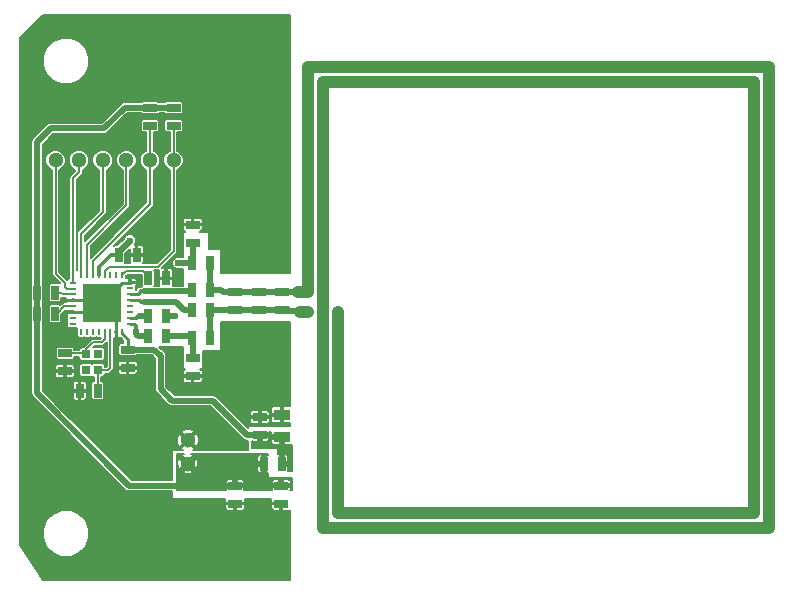
<source format=gtl>
%FSLAX45Y45*%
G04 Gerber Fmt 4.5, Leading zero omitted, Abs format (unit mm)*
G04 Created by KiCad (PCBNEW (2014-09-17 BZR 5140)-product) date Sun 28 Sep 2014 11:54:50 PM EDT*
%MOMM*%
G01*
G04 APERTURE LIST*
%ADD10C,0.100000*%
%ADD11R,1.143000X0.635000*%
%ADD12R,0.635000X1.143000*%
%ADD13R,1.397000X0.889000*%
%ADD14C,1.300000*%
%ADD15R,0.599440X0.248920*%
%ADD16R,0.248920X0.599440*%
%ADD17R,3.299460X3.299460*%
%ADD18R,0.700000X0.750000*%
%ADD19C,0.600000*%
%ADD20C,0.150000*%
%ADD21C,0.200000*%
%ADD22C,0.250000*%
%ADD23C,0.500000*%
%ADD24C,0.300000*%
%ADD25C,1.000000*%
%ADD26C,0.350000*%
G04 APERTURE END LIST*
D10*
D11*
X16090000Y-8973800D03*
X16090000Y-9126200D03*
D12*
X16366200Y-9290000D03*
X16213800Y-9290000D03*
D11*
X17920000Y-10093800D03*
X17920000Y-10246200D03*
X17740000Y-9666200D03*
X17740000Y-9513800D03*
D12*
X16543800Y-8140000D03*
X16696200Y-8140000D03*
D11*
X16620000Y-8943800D03*
X16620000Y-9096200D03*
D12*
X16793800Y-8340000D03*
X16946200Y-8340000D03*
D11*
X17530000Y-10093800D03*
X17530000Y-10246200D03*
D13*
X17930000Y-9685250D03*
X17930000Y-9494750D03*
D11*
X17170000Y-9166200D03*
X17170000Y-9013800D03*
X17170000Y-7883800D03*
X17170000Y-8036200D03*
D12*
X17316200Y-8840000D03*
X17163800Y-8840000D03*
X17316200Y-8210000D03*
X17163800Y-8210000D03*
D11*
X17530000Y-8606200D03*
X17530000Y-8453800D03*
X17730000Y-8606200D03*
X17730000Y-8453800D03*
D12*
X17773800Y-9910000D03*
X17926200Y-9910000D03*
D14*
X17130000Y-9710000D03*
X17130000Y-9910000D03*
X16410000Y-7340000D03*
X16210000Y-7340000D03*
X16010000Y-7340000D03*
X16610000Y-7340000D03*
X16810000Y-7340000D03*
X17010000Y-7340000D03*
D11*
X16810000Y-6893800D03*
X16810000Y-7046200D03*
D12*
X16006200Y-8460000D03*
X15853800Y-8460000D03*
X16006200Y-8640000D03*
X15853800Y-8640000D03*
D11*
X17010000Y-6893800D03*
X17010000Y-7046200D03*
D12*
X16946200Y-8660000D03*
X16793800Y-8660000D03*
X17316200Y-8440000D03*
X17163800Y-8440000D03*
X17316200Y-8610000D03*
X17163800Y-8610000D03*
X16946200Y-8830000D03*
X16793800Y-8830000D03*
D11*
X17930000Y-8606200D03*
X17930000Y-8453800D03*
D15*
X16639776Y-8724752D03*
X16639776Y-8674714D03*
X16639776Y-8624676D03*
X16639776Y-8574638D03*
X16639776Y-8524854D03*
X16639776Y-8474816D03*
X16639776Y-8424778D03*
X16639776Y-8374740D03*
D16*
X16375108Y-8309716D03*
X16325324Y-8309716D03*
X16275286Y-8309716D03*
X16225248Y-8309716D03*
D17*
X16400000Y-8550000D03*
D16*
X16575006Y-8309716D03*
X16524968Y-8309716D03*
X16474930Y-8309716D03*
X16425146Y-8309716D03*
D15*
X16160224Y-8375248D03*
X16159970Y-8425286D03*
X16159970Y-8475070D03*
X16159970Y-8525108D03*
X16159970Y-8575146D03*
X16159970Y-8625184D03*
X16159970Y-8675222D03*
X16159970Y-8725260D03*
D16*
X16224994Y-8790030D03*
X16275032Y-8790030D03*
X16325070Y-8790030D03*
X16374854Y-8790030D03*
X16424892Y-8790030D03*
X16474930Y-8790030D03*
X16524968Y-8790030D03*
X16575006Y-8790030D03*
D18*
X16270000Y-8982500D03*
X16270000Y-9117500D03*
X16370000Y-9117500D03*
X16370000Y-8982500D03*
D19*
X17800000Y-10850000D03*
X17600000Y-10850000D03*
X17590000Y-8250000D03*
X17950000Y-10630000D03*
X16090000Y-9290000D03*
X16620000Y-9200000D03*
X17960000Y-8770000D03*
X17960000Y-9030000D03*
X17960000Y-9300000D03*
X16790000Y-8140000D03*
X17650000Y-10250000D03*
X17950000Y-10400000D03*
X17950000Y-10850000D03*
X17400000Y-10850000D03*
X17200000Y-10850000D03*
X17000000Y-10850000D03*
X16800000Y-10850000D03*
X16550000Y-10850000D03*
X16550000Y-10550000D03*
X16400000Y-10200000D03*
X16000000Y-10100000D03*
X15750000Y-10100000D03*
X15750000Y-9850000D03*
X15750000Y-9600000D03*
X15750000Y-9350000D03*
X15750000Y-9100000D03*
X15750000Y-8850000D03*
X15750000Y-8650000D03*
X15750000Y-8450000D03*
X15750000Y-8250000D03*
X15750000Y-8050000D03*
X15750000Y-7850000D03*
X15750000Y-7650000D03*
X15750000Y-7400000D03*
X15750000Y-7150000D03*
X15900000Y-6950000D03*
X16300000Y-6900000D03*
X16500000Y-6700000D03*
X16550000Y-6400000D03*
X16450000Y-6150000D03*
X16700000Y-6150000D03*
X16950000Y-6150000D03*
X17200000Y-6150000D03*
X17450000Y-6150000D03*
X17700000Y-6150000D03*
X17950000Y-6150000D03*
X17950000Y-6350000D03*
X17950000Y-6600000D03*
X17950000Y-6850000D03*
X17950000Y-7100000D03*
X17950000Y-7350000D03*
X17940000Y-7600000D03*
X17940000Y-7930000D03*
X17940000Y-8260000D03*
X17320000Y-7880000D03*
X17610000Y-9510000D03*
X17170000Y-9270000D03*
X16490000Y-8640000D03*
X16310000Y-8640000D03*
X16490000Y-8460000D03*
X16310000Y-8460000D03*
X15853800Y-8017359D03*
X16640000Y-8020000D03*
X17020000Y-8660000D03*
X17050000Y-8210000D03*
X18150000Y-8620000D03*
X18400000Y-8625000D03*
D20*
X16270000Y-8940000D02*
X16330000Y-8880000D01*
X16330000Y-8880000D02*
X16400000Y-8880000D01*
X16400000Y-8880000D02*
X16424892Y-8855108D01*
X16424892Y-8855108D02*
X16424892Y-8790030D01*
X16270000Y-8982500D02*
X16270000Y-8940000D01*
X16261300Y-8973800D02*
X16270000Y-8982500D01*
X16090000Y-8973800D02*
X16261300Y-8973800D01*
D21*
X16213800Y-9290000D02*
X16090000Y-9290000D01*
X16620000Y-9096200D02*
X16620000Y-9200000D01*
X17960000Y-8900000D02*
X17960000Y-8770000D01*
X17960000Y-9030000D02*
X17960000Y-8900000D01*
X17960000Y-9160000D02*
X17960000Y-9030000D01*
X17960000Y-9300000D02*
X17960000Y-9160000D01*
X17930000Y-9494750D02*
X17930000Y-9330000D01*
X17930000Y-9330000D02*
X17960000Y-9300000D01*
X16696200Y-8140000D02*
X16790000Y-8140000D01*
X17530000Y-10246200D02*
X17646200Y-10246200D01*
X17646200Y-10246200D02*
X17650000Y-10250000D01*
X17950000Y-10550000D02*
X17950000Y-10400000D01*
X17950000Y-10700000D02*
X17950000Y-10550000D01*
X17950000Y-10850000D02*
X17950000Y-10700000D01*
X17700000Y-10850000D02*
X17950000Y-10850000D01*
X17550000Y-10850000D02*
X17700000Y-10850000D01*
X17400000Y-10850000D02*
X17550000Y-10850000D01*
X17200000Y-10850000D02*
X17400000Y-10850000D01*
X17000000Y-10850000D02*
X17200000Y-10850000D01*
X16800000Y-10850000D02*
X17000000Y-10850000D01*
X16550000Y-10850000D02*
X16800000Y-10850000D01*
X16550000Y-10550000D02*
X16550000Y-10850000D01*
X16400000Y-10200000D02*
X16550000Y-10350000D01*
X16550000Y-10350000D02*
X16550000Y-10550000D01*
X16000000Y-10100000D02*
X16300000Y-10100000D01*
X16300000Y-10100000D02*
X16400000Y-10200000D01*
X15750000Y-10100000D02*
X16000000Y-10100000D01*
X15750000Y-9850000D02*
X15750000Y-10100000D01*
X15750000Y-9600000D02*
X15750000Y-9850000D01*
X15750000Y-9350000D02*
X15750000Y-9600000D01*
X15750000Y-9100000D02*
X15750000Y-9350000D01*
X15750000Y-8850000D02*
X15750000Y-9100000D01*
X15750000Y-8650000D02*
X15750000Y-8850000D01*
X15750000Y-8450000D02*
X15750000Y-8650000D01*
X15750000Y-8250000D02*
X15750000Y-8450000D01*
X15750000Y-8050000D02*
X15750000Y-8250000D01*
X15750000Y-7850000D02*
X15750000Y-8050000D01*
X15750000Y-7650000D02*
X15750000Y-7850000D01*
X15750000Y-7400000D02*
X15750000Y-7650000D01*
X15750000Y-7150000D02*
X15750000Y-7400000D01*
X15900000Y-6950000D02*
X15900000Y-7000000D01*
X15900000Y-7000000D02*
X15750000Y-7150000D01*
X16300000Y-6900000D02*
X16250000Y-6950000D01*
X16250000Y-6950000D02*
X15900000Y-6950000D01*
X16500000Y-6700000D02*
X16300000Y-6900000D01*
X16550000Y-6400000D02*
X16500000Y-6450000D01*
X16500000Y-6450000D02*
X16500000Y-6700000D01*
X16450000Y-6150000D02*
X16450000Y-6300000D01*
X16450000Y-6300000D02*
X16550000Y-6400000D01*
X16700000Y-6150000D02*
X16450000Y-6150000D01*
X16950000Y-6150000D02*
X16700000Y-6150000D01*
X17200000Y-6150000D02*
X16950000Y-6150000D01*
X17450000Y-6150000D02*
X17200000Y-6150000D01*
X17700000Y-6150000D02*
X17450000Y-6150000D01*
X17950000Y-6150000D02*
X17700000Y-6150000D01*
X17950000Y-6350000D02*
X17950000Y-6150000D01*
X17950000Y-6600000D02*
X17950000Y-6350000D01*
X17950000Y-6850000D02*
X17950000Y-6600000D01*
X17950000Y-7100000D02*
X17950000Y-6850000D01*
X17950000Y-7350000D02*
X17950000Y-7100000D01*
X17940000Y-7600000D02*
X17940000Y-7360000D01*
X17940000Y-7360000D02*
X17950000Y-7350000D01*
X17940000Y-7930000D02*
X17940000Y-7600000D01*
X17940000Y-8260000D02*
X17940000Y-8217574D01*
X17940000Y-8217574D02*
X17940000Y-7930000D01*
X17500000Y-8240000D02*
X17530000Y-8270000D01*
X17530000Y-8270000D02*
X17930000Y-8270000D01*
X17930000Y-8270000D02*
X17940000Y-8260000D01*
X17350000Y-7990000D02*
X17500000Y-8140000D01*
X17500000Y-8140000D02*
X17500000Y-8240000D01*
X17320000Y-7880000D02*
X17350000Y-7910000D01*
X17350000Y-7910000D02*
X17350000Y-7990000D01*
X17170000Y-7883800D02*
X17316200Y-7883800D01*
X17316200Y-7883800D02*
X17320000Y-7880000D01*
X16520000Y-9100000D02*
X16523800Y-9096200D01*
X16523800Y-9096200D02*
X16620000Y-9096200D01*
X16520000Y-8820000D02*
X16520000Y-9100000D01*
X16524968Y-8790030D02*
X16524968Y-8815032D01*
X16524968Y-8815032D02*
X16520000Y-8820000D01*
X17740000Y-9513800D02*
X17613800Y-9513800D01*
X17613800Y-9513800D02*
X17610000Y-9510000D01*
X17170000Y-9166200D02*
X17170000Y-9270000D01*
D22*
X16490000Y-8640000D02*
X16400000Y-8550000D01*
X16310000Y-8640000D02*
X16490000Y-8640000D01*
X16524968Y-8790030D02*
X16524968Y-8674968D01*
X16524968Y-8674968D02*
X16490000Y-8640000D01*
X16159970Y-8525108D02*
X16244892Y-8525108D01*
X16244892Y-8525108D02*
X16310000Y-8460000D01*
X16159970Y-8625184D02*
X16295184Y-8625184D01*
X16295184Y-8625184D02*
X16310000Y-8640000D01*
X16310000Y-8460000D02*
X16310000Y-8640000D01*
X16490000Y-8460000D02*
X16310000Y-8460000D01*
X16639776Y-8374740D02*
X16575260Y-8374740D01*
X16575260Y-8374740D02*
X16490000Y-8460000D01*
D20*
X16452500Y-9117500D02*
X16474930Y-9095070D01*
X16474930Y-9095070D02*
X16474930Y-8790030D01*
X16370000Y-9117500D02*
X16452500Y-9117500D01*
X16366200Y-9121300D02*
X16370000Y-9117500D01*
X16366200Y-9290000D02*
X16366200Y-9121300D01*
D23*
X15853800Y-8460000D02*
X15853800Y-8017359D01*
X15853800Y-8017359D02*
X15853800Y-7186200D01*
X16543800Y-8140000D02*
X16543800Y-8116200D01*
X16543800Y-8116200D02*
X16640000Y-8020000D01*
X16810000Y-6893800D02*
X17010000Y-6893800D01*
X16420000Y-7070000D02*
X16596200Y-6893800D01*
X16596200Y-6893800D02*
X16810000Y-6893800D01*
X15970000Y-7070000D02*
X16420000Y-7070000D01*
X15853800Y-7186200D02*
X15970000Y-7070000D01*
X15853800Y-8640000D02*
X15853800Y-8460000D01*
X16633800Y-10093800D02*
X15853800Y-9313800D01*
X15853800Y-9313800D02*
X15853800Y-8640000D01*
X17530000Y-10093800D02*
X16633800Y-10093800D01*
D24*
X16480000Y-8140000D02*
X16375108Y-8244892D01*
X16375108Y-8244892D02*
X16375108Y-8309716D01*
X16543800Y-8140000D02*
X16480000Y-8140000D01*
D22*
X16620000Y-8852550D02*
X16620000Y-8943800D01*
X16575006Y-8790030D02*
X16575006Y-8807556D01*
X16575006Y-8807556D02*
X16620000Y-8852550D01*
D23*
X16900000Y-9000000D02*
X16843800Y-8943800D01*
X16843800Y-8943800D02*
X16620000Y-8943800D01*
X16900000Y-9275000D02*
X16900000Y-9000000D01*
X17000000Y-9375000D02*
X16900000Y-9275000D01*
X17341650Y-9375000D02*
X17000000Y-9375000D01*
X17740000Y-9666200D02*
X17632850Y-9666200D01*
X17632850Y-9666200D02*
X17341650Y-9375000D01*
D20*
X16604722Y-8280000D02*
X16575006Y-8309716D01*
X16750000Y-8280000D02*
X16604722Y-8280000D01*
X16793800Y-8323800D02*
X16750000Y-8280000D01*
X16793800Y-8340000D02*
X16793800Y-8323800D01*
D23*
X17153800Y-8830000D02*
X17163800Y-8840000D01*
X16946200Y-8830000D02*
X17153800Y-8830000D01*
X17170000Y-8846200D02*
X17163800Y-8840000D01*
X17170000Y-9013800D02*
X17170000Y-8846200D01*
X17170000Y-8203800D02*
X17163800Y-8210000D01*
X17170000Y-8036200D02*
X17170000Y-8203800D01*
X17050000Y-8210000D02*
X17163800Y-8210000D01*
X16946200Y-8660000D02*
X17020000Y-8660000D01*
D25*
X18150000Y-8450000D02*
X18150000Y-6550000D01*
D23*
X17930000Y-8606200D02*
X17983200Y-8606200D01*
X17983200Y-8606200D02*
X17989000Y-8612000D01*
X17989000Y-8612000D02*
X18042000Y-8612000D01*
X17730000Y-8453800D02*
X17930000Y-8453800D01*
X17530000Y-8453800D02*
X17730000Y-8453800D01*
X17410000Y-8440000D02*
X17423800Y-8453800D01*
X17423800Y-8453800D02*
X17530000Y-8453800D01*
X17316200Y-8440000D02*
X17410000Y-8440000D01*
X17316200Y-8440000D02*
X17316200Y-8210000D01*
X17530000Y-8606200D02*
X17730000Y-8606200D01*
X17730000Y-8606200D02*
X17930000Y-8606200D01*
X17526200Y-8610000D02*
X17530000Y-8606200D01*
X17316200Y-8610000D02*
X17526200Y-8610000D01*
X17316200Y-8610000D02*
X17316200Y-8840000D01*
D25*
X18150000Y-8620000D02*
X18080000Y-8620000D01*
X18275000Y-6675000D02*
X21925000Y-6675000D01*
X22050000Y-10450000D02*
X18275000Y-10450000D01*
X22050000Y-6550000D02*
X22050000Y-10450000D01*
X18150000Y-6550000D02*
X22050000Y-6550000D01*
X18275000Y-6675000D02*
X18275000Y-10450000D01*
X18400000Y-10325000D02*
X18400000Y-8625000D01*
X21925000Y-10325000D02*
X18400000Y-10325000D01*
X21925000Y-6675000D02*
X21925000Y-10325000D01*
D23*
X17930000Y-8453800D02*
X18059799Y-8453800D01*
D25*
X18146200Y-8453800D02*
X18150000Y-8450000D01*
X18059799Y-8453800D02*
X18146200Y-8453800D01*
D21*
X16225248Y-7964752D02*
X16410000Y-7780000D01*
X16410000Y-7780000D02*
X16410000Y-7340000D01*
X16225248Y-8309716D02*
X16225248Y-7964752D01*
X16160224Y-7489776D02*
X16210000Y-7440000D01*
X16210000Y-7440000D02*
X16210000Y-7340000D01*
X16160224Y-8375248D02*
X16160224Y-7489776D01*
X16105286Y-8425286D02*
X16090000Y-8410000D01*
X16090000Y-8410000D02*
X16090000Y-8380000D01*
X16090000Y-8380000D02*
X16010000Y-8300000D01*
X16010000Y-8300000D02*
X16010000Y-7340000D01*
X16159970Y-8425286D02*
X16105286Y-8425286D01*
X16275286Y-8054714D02*
X16610000Y-7720000D01*
X16610000Y-7720000D02*
X16610000Y-7340000D01*
X16275286Y-8309716D02*
X16275286Y-8054714D01*
X16810000Y-7046200D02*
X16810000Y-7340000D01*
X16325324Y-8194676D02*
X16810000Y-7710000D01*
X16810000Y-7710000D02*
X16810000Y-7340000D01*
X16325324Y-8309716D02*
X16325324Y-8194676D01*
X17010000Y-7046200D02*
X17010000Y-7340000D01*
X16425146Y-8274854D02*
X16460000Y-8240000D01*
X16460000Y-8240000D02*
X16610000Y-8240000D01*
X16610000Y-8240000D02*
X16880000Y-8240000D01*
X16880000Y-8240000D02*
X17010000Y-8110000D01*
X17010000Y-8110000D02*
X17010000Y-7340000D01*
X16425146Y-8309716D02*
X16425146Y-8274854D01*
X16060000Y-8460000D02*
X16075070Y-8475070D01*
X16075070Y-8475070D02*
X16159970Y-8475070D01*
X16006200Y-8460000D02*
X16060000Y-8460000D01*
X16084854Y-8575146D02*
X16159970Y-8575146D01*
X16020000Y-8640000D02*
X16084854Y-8575146D01*
X16006200Y-8640000D02*
X16020000Y-8640000D01*
D26*
X16700000Y-8670000D02*
X16710000Y-8670000D01*
D22*
X16695286Y-8674714D02*
X16700000Y-8670000D01*
X16695286Y-8674714D02*
X16639776Y-8674714D01*
D26*
X16710000Y-8670000D02*
X16720000Y-8660000D01*
D23*
X16793800Y-8660000D02*
X16720000Y-8660000D01*
X17153800Y-8450000D02*
X17163800Y-8440000D01*
D26*
X16760000Y-8450000D02*
X16730000Y-8450000D01*
D22*
X16705184Y-8474816D02*
X16730000Y-8450000D01*
X16705184Y-8474816D02*
X16639776Y-8474816D01*
D23*
X17153800Y-8450000D02*
X16760000Y-8450000D01*
X17030000Y-8540000D02*
X17100000Y-8610000D01*
X17100000Y-8610000D02*
X17163800Y-8610000D01*
D26*
X16760000Y-8540000D02*
X16730000Y-8540000D01*
D22*
X16714854Y-8524854D02*
X16730000Y-8540000D01*
X16639776Y-8524854D02*
X16714854Y-8524854D01*
D23*
X16760000Y-8540000D02*
X17030000Y-8540000D01*
X16690000Y-8810000D02*
X16710000Y-8830000D01*
X16710000Y-8830000D02*
X16793800Y-8830000D01*
D26*
X16690000Y-8780000D02*
X16690000Y-8740000D01*
D22*
X16674752Y-8724752D02*
X16690000Y-8740000D01*
X16639776Y-8724752D02*
X16674752Y-8724752D01*
D23*
X16690000Y-8780000D02*
X16690000Y-8810000D01*
D20*
G36*
X18012500Y-10132500D02*
X17998625Y-10132500D01*
X17999650Y-10130026D01*
X17999650Y-10115300D01*
X17999650Y-10072300D01*
X17999650Y-10057575D01*
X17996225Y-10049305D01*
X17989895Y-10042975D01*
X17981626Y-10039550D01*
X17972675Y-10039550D01*
X17943125Y-10039550D01*
X17937500Y-10045175D01*
X17937500Y-10077925D01*
X17994025Y-10077925D01*
X17999650Y-10072300D01*
X17999650Y-10115300D01*
X17994025Y-10109675D01*
X17937500Y-10109675D01*
X17937500Y-10113300D01*
X17902500Y-10113300D01*
X17902500Y-10109675D01*
X17902500Y-10077925D01*
X17902500Y-10045175D01*
X17896875Y-10039550D01*
X17867326Y-10039550D01*
X17858374Y-10039550D01*
X17850105Y-10042975D01*
X17843775Y-10049305D01*
X17840350Y-10057575D01*
X17840350Y-10072300D01*
X17845975Y-10077925D01*
X17902500Y-10077925D01*
X17902500Y-10109675D01*
X17845975Y-10109675D01*
X17840350Y-10115300D01*
X17840350Y-10130026D01*
X17841375Y-10132500D01*
X17757925Y-10132500D01*
X17757925Y-9984025D01*
X17757925Y-9927500D01*
X17757925Y-9892500D01*
X17757925Y-9835975D01*
X17752300Y-9830350D01*
X17737575Y-9830350D01*
X17729305Y-9833775D01*
X17722975Y-9840105D01*
X17719550Y-9848374D01*
X17719550Y-9857326D01*
X17719550Y-9886875D01*
X17725175Y-9892500D01*
X17757925Y-9892500D01*
X17757925Y-9927500D01*
X17725175Y-9927500D01*
X17719550Y-9933125D01*
X17719550Y-9962675D01*
X17719550Y-9971626D01*
X17722975Y-9979895D01*
X17729305Y-9986225D01*
X17737575Y-9989650D01*
X17752300Y-9989650D01*
X17757925Y-9984025D01*
X17757925Y-10132500D01*
X17608625Y-10132500D01*
X17609650Y-10130026D01*
X17609650Y-10115300D01*
X17609650Y-10072300D01*
X17609650Y-10057575D01*
X17606225Y-10049305D01*
X17599895Y-10042975D01*
X17591626Y-10039550D01*
X17582675Y-10039550D01*
X17553125Y-10039550D01*
X17547500Y-10045175D01*
X17547500Y-10077925D01*
X17604025Y-10077925D01*
X17609650Y-10072300D01*
X17609650Y-10115300D01*
X17604025Y-10109675D01*
X17547500Y-10109675D01*
X17547500Y-10113300D01*
X17512500Y-10113300D01*
X17512500Y-10109675D01*
X17512500Y-10077925D01*
X17512500Y-10045175D01*
X17506875Y-10039550D01*
X17477326Y-10039550D01*
X17468374Y-10039550D01*
X17460105Y-10042975D01*
X17453775Y-10049305D01*
X17450350Y-10057575D01*
X17450350Y-10072300D01*
X17455975Y-10077925D01*
X17512500Y-10077925D01*
X17512500Y-10109675D01*
X17455975Y-10109675D01*
X17450350Y-10115300D01*
X17450350Y-10130026D01*
X17451375Y-10132500D01*
X17219149Y-10132500D01*
X17219149Y-9913406D01*
X17213666Y-9879030D01*
X17211060Y-9872738D01*
X17200171Y-9864578D01*
X17154749Y-9910000D01*
X17200171Y-9955422D01*
X17211060Y-9947262D01*
X17219149Y-9913406D01*
X17219149Y-10132500D01*
X17175422Y-10132500D01*
X17175422Y-9980171D01*
X17130000Y-9934749D01*
X17105251Y-9959497D01*
X17105251Y-9910000D01*
X17059829Y-9864578D01*
X17048940Y-9872738D01*
X17040851Y-9906594D01*
X17046334Y-9940970D01*
X17048940Y-9947262D01*
X17059829Y-9955422D01*
X17105251Y-9910000D01*
X17105251Y-9959497D01*
X17084578Y-9980171D01*
X17092738Y-9991060D01*
X17126594Y-9999149D01*
X17160970Y-9993666D01*
X17167262Y-9991060D01*
X17175422Y-9980171D01*
X17175422Y-10132500D01*
X17037500Y-10132500D01*
X17037500Y-9827500D01*
X17096214Y-9827500D01*
X17092738Y-9828940D01*
X17084578Y-9839829D01*
X17130000Y-9885251D01*
X17175422Y-9839829D01*
X17167262Y-9828940D01*
X17161235Y-9827500D01*
X17812500Y-9827500D01*
X17812500Y-9831375D01*
X17810026Y-9830350D01*
X17795300Y-9830350D01*
X17789675Y-9835975D01*
X17789675Y-9892500D01*
X17793300Y-9892500D01*
X17793300Y-9927500D01*
X17789675Y-9927500D01*
X17789675Y-9984025D01*
X17795300Y-9989650D01*
X17810026Y-9989650D01*
X17812500Y-9988625D01*
X17812500Y-10027500D01*
X18012500Y-10027500D01*
X18012500Y-10132500D01*
X18012500Y-10132500D01*
G37*
X18012500Y-10132500D02*
X17998625Y-10132500D01*
X17999650Y-10130026D01*
X17999650Y-10115300D01*
X17999650Y-10072300D01*
X17999650Y-10057575D01*
X17996225Y-10049305D01*
X17989895Y-10042975D01*
X17981626Y-10039550D01*
X17972675Y-10039550D01*
X17943125Y-10039550D01*
X17937500Y-10045175D01*
X17937500Y-10077925D01*
X17994025Y-10077925D01*
X17999650Y-10072300D01*
X17999650Y-10115300D01*
X17994025Y-10109675D01*
X17937500Y-10109675D01*
X17937500Y-10113300D01*
X17902500Y-10113300D01*
X17902500Y-10109675D01*
X17902500Y-10077925D01*
X17902500Y-10045175D01*
X17896875Y-10039550D01*
X17867326Y-10039550D01*
X17858374Y-10039550D01*
X17850105Y-10042975D01*
X17843775Y-10049305D01*
X17840350Y-10057575D01*
X17840350Y-10072300D01*
X17845975Y-10077925D01*
X17902500Y-10077925D01*
X17902500Y-10109675D01*
X17845975Y-10109675D01*
X17840350Y-10115300D01*
X17840350Y-10130026D01*
X17841375Y-10132500D01*
X17757925Y-10132500D01*
X17757925Y-9984025D01*
X17757925Y-9927500D01*
X17757925Y-9892500D01*
X17757925Y-9835975D01*
X17752300Y-9830350D01*
X17737575Y-9830350D01*
X17729305Y-9833775D01*
X17722975Y-9840105D01*
X17719550Y-9848374D01*
X17719550Y-9857326D01*
X17719550Y-9886875D01*
X17725175Y-9892500D01*
X17757925Y-9892500D01*
X17757925Y-9927500D01*
X17725175Y-9927500D01*
X17719550Y-9933125D01*
X17719550Y-9962675D01*
X17719550Y-9971626D01*
X17722975Y-9979895D01*
X17729305Y-9986225D01*
X17737575Y-9989650D01*
X17752300Y-9989650D01*
X17757925Y-9984025D01*
X17757925Y-10132500D01*
X17608625Y-10132500D01*
X17609650Y-10130026D01*
X17609650Y-10115300D01*
X17609650Y-10072300D01*
X17609650Y-10057575D01*
X17606225Y-10049305D01*
X17599895Y-10042975D01*
X17591626Y-10039550D01*
X17582675Y-10039550D01*
X17553125Y-10039550D01*
X17547500Y-10045175D01*
X17547500Y-10077925D01*
X17604025Y-10077925D01*
X17609650Y-10072300D01*
X17609650Y-10115300D01*
X17604025Y-10109675D01*
X17547500Y-10109675D01*
X17547500Y-10113300D01*
X17512500Y-10113300D01*
X17512500Y-10109675D01*
X17512500Y-10077925D01*
X17512500Y-10045175D01*
X17506875Y-10039550D01*
X17477326Y-10039550D01*
X17468374Y-10039550D01*
X17460105Y-10042975D01*
X17453775Y-10049305D01*
X17450350Y-10057575D01*
X17450350Y-10072300D01*
X17455975Y-10077925D01*
X17512500Y-10077925D01*
X17512500Y-10109675D01*
X17455975Y-10109675D01*
X17450350Y-10115300D01*
X17450350Y-10130026D01*
X17451375Y-10132500D01*
X17219149Y-10132500D01*
X17219149Y-9913406D01*
X17213666Y-9879030D01*
X17211060Y-9872738D01*
X17200171Y-9864578D01*
X17154749Y-9910000D01*
X17200171Y-9955422D01*
X17211060Y-9947262D01*
X17219149Y-9913406D01*
X17219149Y-10132500D01*
X17175422Y-10132500D01*
X17175422Y-9980171D01*
X17130000Y-9934749D01*
X17105251Y-9959497D01*
X17105251Y-9910000D01*
X17059829Y-9864578D01*
X17048940Y-9872738D01*
X17040851Y-9906594D01*
X17046334Y-9940970D01*
X17048940Y-9947262D01*
X17059829Y-9955422D01*
X17105251Y-9910000D01*
X17105251Y-9959497D01*
X17084578Y-9980171D01*
X17092738Y-9991060D01*
X17126594Y-9999149D01*
X17160970Y-9993666D01*
X17167262Y-9991060D01*
X17175422Y-9980171D01*
X17175422Y-10132500D01*
X17037500Y-10132500D01*
X17037500Y-9827500D01*
X17096214Y-9827500D01*
X17092738Y-9828940D01*
X17084578Y-9839829D01*
X17130000Y-9885251D01*
X17175422Y-9839829D01*
X17167262Y-9828940D01*
X17161235Y-9827500D01*
X17812500Y-9827500D01*
X17812500Y-9831375D01*
X17810026Y-9830350D01*
X17795300Y-9830350D01*
X17789675Y-9835975D01*
X17789675Y-9892500D01*
X17793300Y-9892500D01*
X17793300Y-9927500D01*
X17789675Y-9927500D01*
X17789675Y-9984025D01*
X17795300Y-9989650D01*
X17810026Y-9989650D01*
X17812500Y-9988625D01*
X17812500Y-10027500D01*
X18012500Y-10027500D01*
X18012500Y-10132500D01*
G36*
X18012500Y-9972500D02*
X17980088Y-9972500D01*
X17980450Y-9971626D01*
X17980450Y-9962675D01*
X17980450Y-9933125D01*
X17980450Y-9886875D01*
X17980450Y-9857326D01*
X17980450Y-9848374D01*
X17977025Y-9840105D01*
X17970695Y-9833775D01*
X17962426Y-9830350D01*
X17947700Y-9830350D01*
X17942075Y-9835975D01*
X17942075Y-9892500D01*
X17974825Y-9892500D01*
X17980450Y-9886875D01*
X17980450Y-9933125D01*
X17974825Y-9927500D01*
X17942075Y-9927500D01*
X17942075Y-9929500D01*
X17912500Y-9929500D01*
X17912500Y-9746575D01*
X17912500Y-9702750D01*
X17843275Y-9702750D01*
X17837650Y-9708375D01*
X17837650Y-9734176D01*
X17841075Y-9742445D01*
X17847405Y-9748775D01*
X17855674Y-9752200D01*
X17864626Y-9752200D01*
X17906875Y-9752200D01*
X17912500Y-9746575D01*
X17912500Y-9929500D01*
X17910325Y-9929500D01*
X17910325Y-9927500D01*
X17906700Y-9927500D01*
X17906700Y-9892500D01*
X17910325Y-9892500D01*
X17910325Y-9835975D01*
X17904700Y-9830350D01*
X17897500Y-9830350D01*
X17897500Y-9772500D01*
X17819650Y-9772500D01*
X17819650Y-9702426D01*
X17819650Y-9687700D01*
X17814025Y-9682075D01*
X17757500Y-9682075D01*
X17757500Y-9714825D01*
X17763125Y-9720450D01*
X17792675Y-9720450D01*
X17801626Y-9720450D01*
X17809895Y-9717025D01*
X17816225Y-9710695D01*
X17819650Y-9702426D01*
X17819650Y-9772500D01*
X17677500Y-9772500D01*
X17677500Y-9720088D01*
X17678374Y-9720450D01*
X17687326Y-9720450D01*
X17716875Y-9720450D01*
X17722500Y-9714825D01*
X17722500Y-9682075D01*
X17720500Y-9682075D01*
X17720500Y-9650325D01*
X17722500Y-9650325D01*
X17722500Y-9646700D01*
X17757500Y-9646700D01*
X17757500Y-9650325D01*
X17814025Y-9650325D01*
X17819650Y-9644700D01*
X17819650Y-9637500D01*
X17837650Y-9637500D01*
X17837650Y-9662125D01*
X17843275Y-9667750D01*
X17912500Y-9667750D01*
X17912500Y-9665750D01*
X17947500Y-9665750D01*
X17947500Y-9667750D01*
X17949500Y-9667750D01*
X17949500Y-9702750D01*
X17947500Y-9702750D01*
X17947500Y-9746575D01*
X17953125Y-9752200D01*
X17995375Y-9752200D01*
X18004326Y-9752200D01*
X18012500Y-9748814D01*
X18012500Y-9972500D01*
X18012500Y-9972500D01*
G37*
X18012500Y-9972500D02*
X17980088Y-9972500D01*
X17980450Y-9971626D01*
X17980450Y-9962675D01*
X17980450Y-9933125D01*
X17980450Y-9886875D01*
X17980450Y-9857326D01*
X17980450Y-9848374D01*
X17977025Y-9840105D01*
X17970695Y-9833775D01*
X17962426Y-9830350D01*
X17947700Y-9830350D01*
X17942075Y-9835975D01*
X17942075Y-9892500D01*
X17974825Y-9892500D01*
X17980450Y-9886875D01*
X17980450Y-9933125D01*
X17974825Y-9927500D01*
X17942075Y-9927500D01*
X17942075Y-9929500D01*
X17912500Y-9929500D01*
X17912500Y-9746575D01*
X17912500Y-9702750D01*
X17843275Y-9702750D01*
X17837650Y-9708375D01*
X17837650Y-9734176D01*
X17841075Y-9742445D01*
X17847405Y-9748775D01*
X17855674Y-9752200D01*
X17864626Y-9752200D01*
X17906875Y-9752200D01*
X17912500Y-9746575D01*
X17912500Y-9929500D01*
X17910325Y-9929500D01*
X17910325Y-9927500D01*
X17906700Y-9927500D01*
X17906700Y-9892500D01*
X17910325Y-9892500D01*
X17910325Y-9835975D01*
X17904700Y-9830350D01*
X17897500Y-9830350D01*
X17897500Y-9772500D01*
X17819650Y-9772500D01*
X17819650Y-9702426D01*
X17819650Y-9687700D01*
X17814025Y-9682075D01*
X17757500Y-9682075D01*
X17757500Y-9714825D01*
X17763125Y-9720450D01*
X17792675Y-9720450D01*
X17801626Y-9720450D01*
X17809895Y-9717025D01*
X17816225Y-9710695D01*
X17819650Y-9702426D01*
X17819650Y-9772500D01*
X17677500Y-9772500D01*
X17677500Y-9720088D01*
X17678374Y-9720450D01*
X17687326Y-9720450D01*
X17716875Y-9720450D01*
X17722500Y-9714825D01*
X17722500Y-9682075D01*
X17720500Y-9682075D01*
X17720500Y-9650325D01*
X17722500Y-9650325D01*
X17722500Y-9646700D01*
X17757500Y-9646700D01*
X17757500Y-9650325D01*
X17814025Y-9650325D01*
X17819650Y-9644700D01*
X17819650Y-9637500D01*
X17837650Y-9637500D01*
X17837650Y-9662125D01*
X17843275Y-9667750D01*
X17912500Y-9667750D01*
X17912500Y-9665750D01*
X17947500Y-9665750D01*
X17947500Y-9667750D01*
X17949500Y-9667750D01*
X17949500Y-9702750D01*
X17947500Y-9702750D01*
X17947500Y-9746575D01*
X17953125Y-9752200D01*
X17995375Y-9752200D01*
X18004326Y-9752200D01*
X18012500Y-9748814D01*
X18012500Y-9972500D01*
G36*
X16409500Y-8557500D02*
X16407500Y-8557500D01*
X16407500Y-8559500D01*
X16392500Y-8559500D01*
X16392500Y-8557500D01*
X16390500Y-8557500D01*
X16390500Y-8542500D01*
X16392500Y-8542500D01*
X16392500Y-8540500D01*
X16407500Y-8540500D01*
X16407500Y-8542500D01*
X16409500Y-8542500D01*
X16409500Y-8557500D01*
X16409500Y-8557500D01*
G37*
X16409500Y-8557500D02*
X16407500Y-8557500D01*
X16407500Y-8559500D01*
X16392500Y-8559500D01*
X16392500Y-8557500D01*
X16390500Y-8557500D01*
X16390500Y-8542500D01*
X16392500Y-8542500D01*
X16392500Y-8540500D01*
X16407500Y-8540500D01*
X16407500Y-8542500D01*
X16409500Y-8542500D01*
X16409500Y-8557500D01*
G36*
X16741499Y-8406332D02*
X16736009Y-8410000D01*
X16730000Y-8410000D01*
X16714693Y-8413045D01*
X16701716Y-8421716D01*
X16693045Y-8434693D01*
X16692358Y-8438144D01*
X16692248Y-8438255D01*
X16692248Y-8432749D01*
X16692248Y-8407857D01*
X16690994Y-8404830D01*
X16693061Y-8402764D01*
X16697248Y-8392656D01*
X16697248Y-8387838D01*
X16697248Y-8361642D01*
X16697248Y-8356824D01*
X16693061Y-8346716D01*
X16685325Y-8338981D01*
X16675218Y-8334794D01*
X16654151Y-8334794D01*
X16647276Y-8341669D01*
X16647276Y-8368517D01*
X16690373Y-8368517D01*
X16697248Y-8361642D01*
X16697248Y-8387838D01*
X16690373Y-8380963D01*
X16647276Y-8380963D01*
X16647276Y-8384240D01*
X16632276Y-8384240D01*
X16632276Y-8380963D01*
X16630276Y-8380963D01*
X16630276Y-8368517D01*
X16632276Y-8368517D01*
X16632276Y-8341669D01*
X16625401Y-8334794D01*
X16609952Y-8334794D01*
X16609952Y-8317196D01*
X16617148Y-8310000D01*
X16737574Y-8310000D01*
X16739550Y-8311976D01*
X16739550Y-8401626D01*
X16741499Y-8406332D01*
X16741499Y-8406332D01*
G37*
X16741499Y-8406332D02*
X16736009Y-8410000D01*
X16730000Y-8410000D01*
X16714693Y-8413045D01*
X16701716Y-8421716D01*
X16693045Y-8434693D01*
X16692358Y-8438144D01*
X16692248Y-8438255D01*
X16692248Y-8432749D01*
X16692248Y-8407857D01*
X16690994Y-8404830D01*
X16693061Y-8402764D01*
X16697248Y-8392656D01*
X16697248Y-8387838D01*
X16697248Y-8361642D01*
X16697248Y-8356824D01*
X16693061Y-8346716D01*
X16685325Y-8338981D01*
X16675218Y-8334794D01*
X16654151Y-8334794D01*
X16647276Y-8341669D01*
X16647276Y-8368517D01*
X16690373Y-8368517D01*
X16697248Y-8361642D01*
X16697248Y-8387838D01*
X16690373Y-8380963D01*
X16647276Y-8380963D01*
X16647276Y-8384240D01*
X16632276Y-8384240D01*
X16632276Y-8380963D01*
X16630276Y-8380963D01*
X16630276Y-8368517D01*
X16632276Y-8368517D01*
X16632276Y-8341669D01*
X16625401Y-8334794D01*
X16609952Y-8334794D01*
X16609952Y-8317196D01*
X16617148Y-8310000D01*
X16737574Y-8310000D01*
X16739550Y-8311976D01*
X16739550Y-8401626D01*
X16741499Y-8406332D01*
G36*
X17992500Y-9592500D02*
X17922500Y-9592500D01*
X17922500Y-9559825D01*
X17922500Y-9502250D01*
X17922500Y-9487250D01*
X17922500Y-9429675D01*
X17915625Y-9422800D01*
X17865620Y-9422800D01*
X17854680Y-9422800D01*
X17844573Y-9426987D01*
X17836837Y-9434723D01*
X17832650Y-9444830D01*
X17832650Y-9480375D01*
X17839525Y-9487250D01*
X17922500Y-9487250D01*
X17922500Y-9502250D01*
X17839525Y-9502250D01*
X17832650Y-9509125D01*
X17832650Y-9544670D01*
X17836837Y-9554778D01*
X17844573Y-9562513D01*
X17854680Y-9566700D01*
X17865620Y-9566700D01*
X17915625Y-9566700D01*
X17922500Y-9559825D01*
X17922500Y-9592500D01*
X17824650Y-9592500D01*
X17824650Y-9551020D01*
X17824650Y-9528175D01*
X17824650Y-9499425D01*
X17824650Y-9476580D01*
X17820463Y-9466473D01*
X17812728Y-9458737D01*
X17802620Y-9454550D01*
X17791680Y-9454550D01*
X17754375Y-9454550D01*
X17747500Y-9461425D01*
X17747500Y-9506300D01*
X17817775Y-9506300D01*
X17824650Y-9499425D01*
X17824650Y-9528175D01*
X17817775Y-9521300D01*
X17747500Y-9521300D01*
X17747500Y-9566175D01*
X17754375Y-9573050D01*
X17791680Y-9573050D01*
X17802620Y-9573050D01*
X17812728Y-9568863D01*
X17820463Y-9561128D01*
X17824650Y-9551020D01*
X17824650Y-9592500D01*
X17732500Y-9592500D01*
X17732500Y-9566175D01*
X17732500Y-9521300D01*
X17732500Y-9506300D01*
X17732500Y-9461425D01*
X17725625Y-9454550D01*
X17688320Y-9454550D01*
X17677380Y-9454550D01*
X17667273Y-9458737D01*
X17659537Y-9466473D01*
X17655350Y-9476580D01*
X17655350Y-9499425D01*
X17662225Y-9506300D01*
X17732500Y-9506300D01*
X17732500Y-9521300D01*
X17662225Y-9521300D01*
X17655350Y-9528175D01*
X17655350Y-9551020D01*
X17659537Y-9561128D01*
X17667273Y-9568863D01*
X17677380Y-9573050D01*
X17688320Y-9573050D01*
X17725625Y-9573050D01*
X17732500Y-9566175D01*
X17732500Y-9592500D01*
X17642500Y-9592500D01*
X17642500Y-9608675D01*
X17375238Y-9341412D01*
X17359828Y-9331116D01*
X17341650Y-9327500D01*
X17254650Y-9327500D01*
X17254650Y-9203420D01*
X17254650Y-9180575D01*
X17247775Y-9173700D01*
X17177500Y-9173700D01*
X17177500Y-9218575D01*
X17184375Y-9225450D01*
X17221680Y-9225450D01*
X17232620Y-9225450D01*
X17242728Y-9221263D01*
X17250463Y-9213528D01*
X17254650Y-9203420D01*
X17254650Y-9327500D01*
X17162500Y-9327500D01*
X17162500Y-9218575D01*
X17162500Y-9173700D01*
X17092225Y-9173700D01*
X17085350Y-9180575D01*
X17085350Y-9203420D01*
X17089537Y-9213528D01*
X17097273Y-9221263D01*
X17107380Y-9225450D01*
X17118320Y-9225450D01*
X17155625Y-9225450D01*
X17162500Y-9218575D01*
X17162500Y-9327500D01*
X17019675Y-9327500D01*
X16947500Y-9255325D01*
X16947500Y-9000000D01*
X16943884Y-8981823D01*
X16933588Y-8966412D01*
X16884675Y-8917500D01*
X17092500Y-8917500D01*
X17092500Y-8972384D01*
X17090350Y-8977574D01*
X17090350Y-8986526D01*
X17090350Y-9050026D01*
X17092500Y-9055216D01*
X17092500Y-9107500D01*
X17106052Y-9107500D01*
X17097273Y-9111137D01*
X17089537Y-9118873D01*
X17085350Y-9128980D01*
X17085350Y-9151825D01*
X17092225Y-9158700D01*
X17162500Y-9158700D01*
X17162500Y-9156700D01*
X17177500Y-9156700D01*
X17177500Y-9158700D01*
X17247775Y-9158700D01*
X17254650Y-9151825D01*
X17254650Y-9128980D01*
X17250463Y-9118873D01*
X17242728Y-9111137D01*
X17233948Y-9107500D01*
X17257500Y-9107500D01*
X17257500Y-8957500D01*
X17407500Y-8957500D01*
X17407500Y-8707500D01*
X17992500Y-8707500D01*
X17992500Y-9422800D01*
X17944375Y-9422800D01*
X17937500Y-9429675D01*
X17937500Y-9487250D01*
X17939500Y-9487250D01*
X17939500Y-9502250D01*
X17937500Y-9502250D01*
X17937500Y-9559825D01*
X17944375Y-9566700D01*
X17992500Y-9566700D01*
X17992500Y-9592500D01*
X17992500Y-9592500D01*
G37*
X17992500Y-9592500D02*
X17922500Y-9592500D01*
X17922500Y-9559825D01*
X17922500Y-9502250D01*
X17922500Y-9487250D01*
X17922500Y-9429675D01*
X17915625Y-9422800D01*
X17865620Y-9422800D01*
X17854680Y-9422800D01*
X17844573Y-9426987D01*
X17836837Y-9434723D01*
X17832650Y-9444830D01*
X17832650Y-9480375D01*
X17839525Y-9487250D01*
X17922500Y-9487250D01*
X17922500Y-9502250D01*
X17839525Y-9502250D01*
X17832650Y-9509125D01*
X17832650Y-9544670D01*
X17836837Y-9554778D01*
X17844573Y-9562513D01*
X17854680Y-9566700D01*
X17865620Y-9566700D01*
X17915625Y-9566700D01*
X17922500Y-9559825D01*
X17922500Y-9592500D01*
X17824650Y-9592500D01*
X17824650Y-9551020D01*
X17824650Y-9528175D01*
X17824650Y-9499425D01*
X17824650Y-9476580D01*
X17820463Y-9466473D01*
X17812728Y-9458737D01*
X17802620Y-9454550D01*
X17791680Y-9454550D01*
X17754375Y-9454550D01*
X17747500Y-9461425D01*
X17747500Y-9506300D01*
X17817775Y-9506300D01*
X17824650Y-9499425D01*
X17824650Y-9528175D01*
X17817775Y-9521300D01*
X17747500Y-9521300D01*
X17747500Y-9566175D01*
X17754375Y-9573050D01*
X17791680Y-9573050D01*
X17802620Y-9573050D01*
X17812728Y-9568863D01*
X17820463Y-9561128D01*
X17824650Y-9551020D01*
X17824650Y-9592500D01*
X17732500Y-9592500D01*
X17732500Y-9566175D01*
X17732500Y-9521300D01*
X17732500Y-9506300D01*
X17732500Y-9461425D01*
X17725625Y-9454550D01*
X17688320Y-9454550D01*
X17677380Y-9454550D01*
X17667273Y-9458737D01*
X17659537Y-9466473D01*
X17655350Y-9476580D01*
X17655350Y-9499425D01*
X17662225Y-9506300D01*
X17732500Y-9506300D01*
X17732500Y-9521300D01*
X17662225Y-9521300D01*
X17655350Y-9528175D01*
X17655350Y-9551020D01*
X17659537Y-9561128D01*
X17667273Y-9568863D01*
X17677380Y-9573050D01*
X17688320Y-9573050D01*
X17725625Y-9573050D01*
X17732500Y-9566175D01*
X17732500Y-9592500D01*
X17642500Y-9592500D01*
X17642500Y-9608675D01*
X17375238Y-9341412D01*
X17359828Y-9331116D01*
X17341650Y-9327500D01*
X17254650Y-9327500D01*
X17254650Y-9203420D01*
X17254650Y-9180575D01*
X17247775Y-9173700D01*
X17177500Y-9173700D01*
X17177500Y-9218575D01*
X17184375Y-9225450D01*
X17221680Y-9225450D01*
X17232620Y-9225450D01*
X17242728Y-9221263D01*
X17250463Y-9213528D01*
X17254650Y-9203420D01*
X17254650Y-9327500D01*
X17162500Y-9327500D01*
X17162500Y-9218575D01*
X17162500Y-9173700D01*
X17092225Y-9173700D01*
X17085350Y-9180575D01*
X17085350Y-9203420D01*
X17089537Y-9213528D01*
X17097273Y-9221263D01*
X17107380Y-9225450D01*
X17118320Y-9225450D01*
X17155625Y-9225450D01*
X17162500Y-9218575D01*
X17162500Y-9327500D01*
X17019675Y-9327500D01*
X16947500Y-9255325D01*
X16947500Y-9000000D01*
X16943884Y-8981823D01*
X16933588Y-8966412D01*
X16884675Y-8917500D01*
X17092500Y-8917500D01*
X17092500Y-8972384D01*
X17090350Y-8977574D01*
X17090350Y-8986526D01*
X17090350Y-9050026D01*
X17092500Y-9055216D01*
X17092500Y-9107500D01*
X17106052Y-9107500D01*
X17097273Y-9111137D01*
X17089537Y-9118873D01*
X17085350Y-9128980D01*
X17085350Y-9151825D01*
X17092225Y-9158700D01*
X17162500Y-9158700D01*
X17162500Y-9156700D01*
X17177500Y-9156700D01*
X17177500Y-9158700D01*
X17247775Y-9158700D01*
X17254650Y-9151825D01*
X17254650Y-9128980D01*
X17250463Y-9118873D01*
X17242728Y-9111137D01*
X17233948Y-9107500D01*
X17257500Y-9107500D01*
X17257500Y-8957500D01*
X17407500Y-8957500D01*
X17407500Y-8707500D01*
X17992500Y-8707500D01*
X17992500Y-9422800D01*
X17944375Y-9422800D01*
X17937500Y-9429675D01*
X17937500Y-9487250D01*
X17939500Y-9487250D01*
X17939500Y-9502250D01*
X17937500Y-9502250D01*
X17937500Y-9559825D01*
X17944375Y-9566700D01*
X17992500Y-9566700D01*
X17992500Y-9592500D01*
G36*
X17992500Y-10892500D02*
X17912500Y-10892500D01*
X17912500Y-10298575D01*
X17912500Y-10253700D01*
X17842225Y-10253700D01*
X17835350Y-10260575D01*
X17835350Y-10283420D01*
X17839537Y-10293528D01*
X17847273Y-10301263D01*
X17857380Y-10305450D01*
X17868320Y-10305450D01*
X17905625Y-10305450D01*
X17912500Y-10298575D01*
X17912500Y-10892500D01*
X17614650Y-10892500D01*
X17614650Y-10283420D01*
X17614650Y-10260575D01*
X17607775Y-10253700D01*
X17537500Y-10253700D01*
X17537500Y-10298575D01*
X17544375Y-10305450D01*
X17581680Y-10305450D01*
X17592620Y-10305450D01*
X17602728Y-10301263D01*
X17610463Y-10293528D01*
X17614650Y-10283420D01*
X17614650Y-10892500D01*
X17522500Y-10892500D01*
X17522500Y-10298575D01*
X17522500Y-10253700D01*
X17452225Y-10253700D01*
X17445350Y-10260575D01*
X17445350Y-10283420D01*
X17449537Y-10293528D01*
X17457273Y-10301263D01*
X17467380Y-10305450D01*
X17478320Y-10305450D01*
X17515625Y-10305450D01*
X17522500Y-10298575D01*
X17522500Y-10892500D01*
X16297540Y-10892500D01*
X16297540Y-10460886D01*
X16267535Y-10388268D01*
X16212024Y-10332660D01*
X16139459Y-10302528D01*
X16060886Y-10302460D01*
X15988268Y-10332465D01*
X15932660Y-10387976D01*
X15902528Y-10460541D01*
X15902460Y-10539114D01*
X15932465Y-10611732D01*
X15987976Y-10667340D01*
X16060541Y-10697472D01*
X16139114Y-10697540D01*
X16211732Y-10667535D01*
X16267340Y-10612024D01*
X16297472Y-10539459D01*
X16297540Y-10460886D01*
X16297540Y-10892500D01*
X15904014Y-10892500D01*
X15707500Y-10597729D01*
X15707500Y-10500000D01*
X15707500Y-6303107D01*
X15903107Y-6107500D01*
X17992500Y-6107500D01*
X17992500Y-8292500D01*
X17407500Y-8292500D01*
X17407500Y-8092500D01*
X17307500Y-8092500D01*
X17307500Y-7942500D01*
X17233948Y-7942500D01*
X17242728Y-7938863D01*
X17250463Y-7931127D01*
X17254650Y-7921020D01*
X17254650Y-7898175D01*
X17254650Y-7869425D01*
X17254650Y-7846580D01*
X17250463Y-7836472D01*
X17242728Y-7828737D01*
X17232620Y-7824550D01*
X17221680Y-7824550D01*
X17184375Y-7824550D01*
X17177500Y-7831425D01*
X17177500Y-7876300D01*
X17247775Y-7876300D01*
X17254650Y-7869425D01*
X17254650Y-7898175D01*
X17247775Y-7891300D01*
X17177500Y-7891300D01*
X17177500Y-7893300D01*
X17162500Y-7893300D01*
X17162500Y-7891300D01*
X17162500Y-7876300D01*
X17162500Y-7831425D01*
X17155625Y-7824550D01*
X17118320Y-7824550D01*
X17107380Y-7824550D01*
X17097273Y-7828737D01*
X17089537Y-7836472D01*
X17085350Y-7846580D01*
X17085350Y-7869425D01*
X17092225Y-7876300D01*
X17162500Y-7876300D01*
X17162500Y-7891300D01*
X17092225Y-7891300D01*
X17085350Y-7898175D01*
X17085350Y-7921020D01*
X17089537Y-7931127D01*
X17097273Y-7938863D01*
X17106052Y-7942500D01*
X17092500Y-7942500D01*
X17092500Y-7994784D01*
X17090350Y-7999974D01*
X17090350Y-8008925D01*
X17090350Y-8072425D01*
X17092500Y-8077616D01*
X17092500Y-8162500D01*
X17072508Y-8162500D01*
X17060489Y-8157509D01*
X17039603Y-8157491D01*
X17020300Y-8165467D01*
X17005519Y-8180222D01*
X16997509Y-8199511D01*
X16997491Y-8220397D01*
X17005467Y-8239700D01*
X17020222Y-8254481D01*
X17039511Y-8262491D01*
X17060397Y-8262509D01*
X17072520Y-8257500D01*
X17092500Y-8257500D01*
X17092500Y-8402500D01*
X17005450Y-8402500D01*
X17005450Y-8391680D01*
X17005450Y-8354375D01*
X17005450Y-8325625D01*
X17005450Y-8288320D01*
X17005450Y-8277380D01*
X17001263Y-8267272D01*
X16993528Y-8259537D01*
X16983420Y-8255350D01*
X16960575Y-8255350D01*
X16953700Y-8262225D01*
X16953700Y-8332500D01*
X16998575Y-8332500D01*
X17005450Y-8325625D01*
X17005450Y-8354375D01*
X16998575Y-8347500D01*
X16953700Y-8347500D01*
X16953700Y-8349500D01*
X16938700Y-8349500D01*
X16938700Y-8347500D01*
X16893825Y-8347500D01*
X16886950Y-8354375D01*
X16886950Y-8391680D01*
X16886950Y-8402500D01*
X16847688Y-8402500D01*
X16848050Y-8401626D01*
X16848050Y-8392675D01*
X16848050Y-8278374D01*
X16845617Y-8272500D01*
X16880000Y-8272500D01*
X16889777Y-8270555D01*
X16886950Y-8277380D01*
X16886950Y-8288320D01*
X16886950Y-8325625D01*
X16893825Y-8332500D01*
X16938700Y-8332500D01*
X16938700Y-8262225D01*
X16931825Y-8255350D01*
X16910612Y-8255350D01*
X17032981Y-8132981D01*
X17032981Y-8132981D01*
X17032981Y-8132981D01*
X17040026Y-8122437D01*
X17042500Y-8110000D01*
X17042500Y-8110000D01*
X17042500Y-8109999D01*
X17042500Y-7421246D01*
X17059500Y-7414222D01*
X17084136Y-7389629D01*
X17097485Y-7357481D01*
X17097515Y-7322671D01*
X17084222Y-7290500D01*
X17059630Y-7265864D01*
X17042500Y-7258751D01*
X17042500Y-7100450D01*
X17071626Y-7100450D01*
X17079895Y-7097025D01*
X17086225Y-7090695D01*
X17089650Y-7082426D01*
X17089650Y-7073474D01*
X17089650Y-7009974D01*
X17086225Y-7001705D01*
X17079895Y-6995375D01*
X17071626Y-6991950D01*
X17062675Y-6991950D01*
X16948375Y-6991950D01*
X16940105Y-6995375D01*
X16933775Y-7001705D01*
X16930350Y-7009974D01*
X16930350Y-7018925D01*
X16930350Y-7082425D01*
X16933775Y-7090695D01*
X16940105Y-7097025D01*
X16948374Y-7100450D01*
X16957326Y-7100450D01*
X16977500Y-7100450D01*
X16977500Y-7258754D01*
X16960500Y-7265778D01*
X16935864Y-7290370D01*
X16922515Y-7322519D01*
X16922485Y-7357328D01*
X16935778Y-7389500D01*
X16960371Y-7414136D01*
X16977500Y-7421248D01*
X16977500Y-8096538D01*
X16866538Y-8207500D01*
X16753429Y-8207500D01*
X16755450Y-8202620D01*
X16755450Y-8191680D01*
X16755450Y-8154375D01*
X16755450Y-8125625D01*
X16755450Y-8088320D01*
X16755450Y-8077380D01*
X16751263Y-8067272D01*
X16743527Y-8059537D01*
X16733420Y-8055350D01*
X16710575Y-8055350D01*
X16703700Y-8062225D01*
X16703700Y-8132500D01*
X16748575Y-8132500D01*
X16755450Y-8125625D01*
X16755450Y-8154375D01*
X16748575Y-8147500D01*
X16703700Y-8147500D01*
X16703700Y-8149500D01*
X16688700Y-8149500D01*
X16688700Y-8147500D01*
X16643825Y-8147500D01*
X16636950Y-8154375D01*
X16636950Y-8191680D01*
X16636950Y-8202620D01*
X16638971Y-8207500D01*
X16610000Y-8207500D01*
X16595617Y-8207500D01*
X16598050Y-8201626D01*
X16598050Y-8192674D01*
X16598050Y-8129125D01*
X16636950Y-8090225D01*
X16636950Y-8125625D01*
X16643825Y-8132500D01*
X16688700Y-8132500D01*
X16688700Y-8062225D01*
X16681825Y-8055350D01*
X16678899Y-8055350D01*
X16684481Y-8049778D01*
X16692491Y-8030489D01*
X16692509Y-8009603D01*
X16684533Y-7990300D01*
X16669778Y-7975519D01*
X16650489Y-7967509D01*
X16629603Y-7967491D01*
X16610300Y-7975467D01*
X16595519Y-7990222D01*
X16590488Y-8002336D01*
X16532475Y-8060350D01*
X16507574Y-8060350D01*
X16504224Y-8061738D01*
X16832981Y-7732981D01*
X16840026Y-7722437D01*
X16842500Y-7710000D01*
X16842500Y-7710000D01*
X16842500Y-7709999D01*
X16842500Y-7421246D01*
X16859500Y-7414222D01*
X16884136Y-7389629D01*
X16897485Y-7357481D01*
X16897515Y-7322671D01*
X16884222Y-7290500D01*
X16859630Y-7265864D01*
X16842500Y-7258751D01*
X16842500Y-7100450D01*
X16871626Y-7100450D01*
X16879895Y-7097025D01*
X16886225Y-7090695D01*
X16889650Y-7082426D01*
X16889650Y-7073474D01*
X16889650Y-7009974D01*
X16886225Y-7001705D01*
X16879895Y-6995375D01*
X16871626Y-6991950D01*
X16862675Y-6991950D01*
X16748374Y-6991950D01*
X16740105Y-6995375D01*
X16733775Y-7001705D01*
X16730350Y-7009974D01*
X16730350Y-7018925D01*
X16730350Y-7082425D01*
X16733775Y-7090695D01*
X16740105Y-7097025D01*
X16748374Y-7100450D01*
X16757325Y-7100450D01*
X16777500Y-7100450D01*
X16777500Y-7258754D01*
X16760500Y-7265778D01*
X16735864Y-7290370D01*
X16722515Y-7322519D01*
X16722485Y-7357328D01*
X16735778Y-7389500D01*
X16760370Y-7414136D01*
X16777500Y-7421248D01*
X16777500Y-7696538D01*
X16307786Y-8166252D01*
X16307786Y-8068176D01*
X16632981Y-7742981D01*
X16640026Y-7732437D01*
X16642500Y-7720000D01*
X16642500Y-7720000D01*
X16642500Y-7719999D01*
X16642500Y-7421246D01*
X16659500Y-7414222D01*
X16684136Y-7389629D01*
X16697485Y-7357481D01*
X16697515Y-7322671D01*
X16684222Y-7290500D01*
X16659629Y-7265864D01*
X16627481Y-7252515D01*
X16592671Y-7252485D01*
X16560500Y-7265778D01*
X16535864Y-7290370D01*
X16522515Y-7322519D01*
X16522485Y-7357328D01*
X16535778Y-7389500D01*
X16560370Y-7414136D01*
X16577500Y-7421248D01*
X16577500Y-7706538D01*
X16257748Y-8026290D01*
X16257748Y-7978214D01*
X16432981Y-7802981D01*
X16440026Y-7792437D01*
X16442500Y-7780000D01*
X16442500Y-7780000D01*
X16442500Y-7779999D01*
X16442500Y-7421246D01*
X16459500Y-7414222D01*
X16484136Y-7389629D01*
X16497485Y-7357481D01*
X16497515Y-7322671D01*
X16484222Y-7290500D01*
X16459629Y-7265864D01*
X16427481Y-7252515D01*
X16392671Y-7252485D01*
X16360500Y-7265778D01*
X16335864Y-7290370D01*
X16322515Y-7322519D01*
X16322485Y-7357328D01*
X16335778Y-7389500D01*
X16360370Y-7414136D01*
X16377500Y-7421248D01*
X16377500Y-7766538D01*
X16202267Y-7941771D01*
X16195222Y-7952315D01*
X16192748Y-7964752D01*
X16192748Y-8269363D01*
X16192724Y-8269421D01*
X16192724Y-7503238D01*
X16232981Y-7462981D01*
X16240026Y-7452437D01*
X16242500Y-7440000D01*
X16242500Y-7421246D01*
X16259500Y-7414222D01*
X16284136Y-7389629D01*
X16297485Y-7357481D01*
X16297515Y-7322671D01*
X16284222Y-7290500D01*
X16259629Y-7265864D01*
X16227481Y-7252515D01*
X16192671Y-7252485D01*
X16160500Y-7265778D01*
X16135864Y-7290370D01*
X16122515Y-7322519D01*
X16122485Y-7357328D01*
X16135778Y-7389500D01*
X16160370Y-7414136D01*
X16177500Y-7421248D01*
X16177500Y-7426538D01*
X16137243Y-7466795D01*
X16130198Y-7477339D01*
X16127724Y-7489776D01*
X16127724Y-8340302D01*
X16125776Y-8340302D01*
X16117507Y-8343727D01*
X16111177Y-8350057D01*
X16109666Y-8353704D01*
X16042500Y-8286538D01*
X16042500Y-7421246D01*
X16059500Y-7414222D01*
X16084136Y-7389629D01*
X16097485Y-7357481D01*
X16097515Y-7322671D01*
X16084222Y-7290500D01*
X16059629Y-7265864D01*
X16027481Y-7252515D01*
X15992671Y-7252485D01*
X15960500Y-7265778D01*
X15935864Y-7290370D01*
X15922515Y-7322519D01*
X15922485Y-7357328D01*
X15935778Y-7389500D01*
X15960370Y-7414136D01*
X15977500Y-7421248D01*
X15977500Y-8300000D01*
X15979974Y-8312437D01*
X15987019Y-8322981D01*
X16045776Y-8381738D01*
X16042426Y-8380350D01*
X16033474Y-8380350D01*
X15969974Y-8380350D01*
X15961705Y-8383775D01*
X15955375Y-8390105D01*
X15951950Y-8398374D01*
X15951950Y-8407326D01*
X15951950Y-8521626D01*
X15955375Y-8529895D01*
X15961705Y-8536225D01*
X15969974Y-8539650D01*
X15978925Y-8539650D01*
X16042425Y-8539650D01*
X16050695Y-8536225D01*
X16057025Y-8529895D01*
X16060450Y-8521626D01*
X16060450Y-8512675D01*
X16060450Y-8503638D01*
X16062633Y-8505096D01*
X16075070Y-8507570D01*
X16102498Y-8507570D01*
X16102498Y-8512010D01*
X16109373Y-8518885D01*
X16152470Y-8518885D01*
X16152470Y-8515608D01*
X16167470Y-8515608D01*
X16167470Y-8518885D01*
X16169470Y-8518885D01*
X16169470Y-8531331D01*
X16167470Y-8531331D01*
X16167470Y-8534608D01*
X16152470Y-8534608D01*
X16152470Y-8531331D01*
X16109373Y-8531331D01*
X16102498Y-8538206D01*
X16102498Y-8542646D01*
X16084854Y-8542646D01*
X16072417Y-8545120D01*
X16061873Y-8552165D01*
X16050389Y-8563649D01*
X16042426Y-8560350D01*
X16033474Y-8560350D01*
X15969974Y-8560350D01*
X15961705Y-8563775D01*
X15955375Y-8570105D01*
X15951950Y-8578374D01*
X15951950Y-8587326D01*
X15951950Y-8701626D01*
X15955375Y-8709895D01*
X15961705Y-8716225D01*
X15969974Y-8719650D01*
X15978925Y-8719650D01*
X16042425Y-8719650D01*
X16050695Y-8716225D01*
X16057025Y-8709895D01*
X16060450Y-8701626D01*
X16060450Y-8692675D01*
X16060450Y-8645512D01*
X16098316Y-8607646D01*
X16102498Y-8607646D01*
X16102498Y-8612086D01*
X16109373Y-8618961D01*
X16152470Y-8618961D01*
X16152470Y-8615684D01*
X16167470Y-8615684D01*
X16167470Y-8618961D01*
X16169470Y-8618961D01*
X16169470Y-8631407D01*
X16167470Y-8631407D01*
X16167470Y-8634684D01*
X16152470Y-8634684D01*
X16152470Y-8631407D01*
X16109373Y-8631407D01*
X16102498Y-8638282D01*
X16102498Y-8643100D01*
X16106685Y-8653208D01*
X16108751Y-8655274D01*
X16107498Y-8658300D01*
X16107498Y-8667252D01*
X16107498Y-8692144D01*
X16110852Y-8700241D01*
X16107498Y-8708338D01*
X16107498Y-8717290D01*
X16107498Y-8742182D01*
X16110923Y-8750451D01*
X16117253Y-8756781D01*
X16125522Y-8760206D01*
X16134473Y-8760206D01*
X16190048Y-8760206D01*
X16190048Y-8764534D01*
X16190048Y-8824478D01*
X16193473Y-8832747D01*
X16199803Y-8839077D01*
X16208072Y-8842502D01*
X16217023Y-8842502D01*
X16241915Y-8842502D01*
X16250013Y-8839148D01*
X16258110Y-8842502D01*
X16267061Y-8842502D01*
X16291953Y-8842502D01*
X16300051Y-8839148D01*
X16308148Y-8842502D01*
X16317099Y-8842502D01*
X16341991Y-8842502D01*
X16349962Y-8839201D01*
X16357932Y-8842502D01*
X16366883Y-8842502D01*
X16391775Y-8842502D01*
X16394892Y-8841211D01*
X16394892Y-8842682D01*
X16387574Y-8850000D01*
X16330000Y-8850000D01*
X16318519Y-8852284D01*
X16308787Y-8858787D01*
X16248787Y-8918787D01*
X16246306Y-8922500D01*
X16230524Y-8922500D01*
X16222255Y-8925925D01*
X16215925Y-8932255D01*
X16212500Y-8940524D01*
X16212500Y-8943800D01*
X16169650Y-8943800D01*
X16169650Y-8937575D01*
X16166225Y-8929305D01*
X16159895Y-8922975D01*
X16151626Y-8919550D01*
X16142674Y-8919550D01*
X16028374Y-8919550D01*
X16020105Y-8922975D01*
X16013775Y-8929305D01*
X16010350Y-8937574D01*
X16010350Y-8946526D01*
X16010350Y-9010026D01*
X16013775Y-9018295D01*
X16020105Y-9024625D01*
X16028374Y-9028050D01*
X16037325Y-9028050D01*
X16151625Y-9028050D01*
X16159895Y-9024625D01*
X16166225Y-9018295D01*
X16169650Y-9010026D01*
X16169650Y-9003800D01*
X16212500Y-9003800D01*
X16212500Y-9024476D01*
X16215925Y-9032745D01*
X16222255Y-9039075D01*
X16230524Y-9042500D01*
X16239475Y-9042500D01*
X16309475Y-9042500D01*
X16317745Y-9039075D01*
X16320000Y-9036820D01*
X16322255Y-9039075D01*
X16330524Y-9042500D01*
X16339475Y-9042500D01*
X16409475Y-9042500D01*
X16417745Y-9039075D01*
X16424075Y-9032745D01*
X16427500Y-9024476D01*
X16427500Y-9015525D01*
X16427500Y-8940525D01*
X16424075Y-8932255D01*
X16417745Y-8925925D01*
X16409476Y-8922500D01*
X16400524Y-8922500D01*
X16330524Y-8922500D01*
X16329503Y-8922923D01*
X16342426Y-8910000D01*
X16400000Y-8910000D01*
X16411480Y-8907716D01*
X16421213Y-8901213D01*
X16444930Y-8877496D01*
X16444930Y-9082644D01*
X16440074Y-9087500D01*
X16427500Y-9087500D01*
X16427500Y-9075525D01*
X16424075Y-9067255D01*
X16417745Y-9060925D01*
X16409476Y-9057500D01*
X16400524Y-9057500D01*
X16330524Y-9057500D01*
X16322255Y-9060925D01*
X16320000Y-9063180D01*
X16317745Y-9060925D01*
X16309476Y-9057500D01*
X16300524Y-9057500D01*
X16230524Y-9057500D01*
X16222255Y-9060925D01*
X16215925Y-9067255D01*
X16212500Y-9075524D01*
X16212500Y-9084476D01*
X16212500Y-9159476D01*
X16215925Y-9167745D01*
X16222255Y-9174075D01*
X16230524Y-9177500D01*
X16239475Y-9177500D01*
X16309475Y-9177500D01*
X16317745Y-9174075D01*
X16320000Y-9171820D01*
X16322255Y-9174075D01*
X16330524Y-9177500D01*
X16336200Y-9177500D01*
X16336200Y-9210350D01*
X16329974Y-9210350D01*
X16321705Y-9213775D01*
X16315375Y-9220105D01*
X16311950Y-9228374D01*
X16311950Y-9237326D01*
X16311950Y-9351626D01*
X16315375Y-9359895D01*
X16321705Y-9366225D01*
X16329974Y-9369650D01*
X16338925Y-9369650D01*
X16402425Y-9369650D01*
X16410695Y-9366225D01*
X16417025Y-9359895D01*
X16420450Y-9351626D01*
X16420450Y-9342675D01*
X16420450Y-9228375D01*
X16417025Y-9220105D01*
X16410695Y-9213775D01*
X16402426Y-9210350D01*
X16396200Y-9210350D01*
X16396200Y-9177500D01*
X16409475Y-9177500D01*
X16417745Y-9174075D01*
X16424075Y-9167745D01*
X16427500Y-9159476D01*
X16427500Y-9150525D01*
X16427500Y-9147500D01*
X16452500Y-9147500D01*
X16463980Y-9145216D01*
X16473713Y-9138713D01*
X16496143Y-9116283D01*
X16502646Y-9106551D01*
X16504930Y-9095070D01*
X16504930Y-8846623D01*
X16507052Y-8847502D01*
X16511870Y-8847502D01*
X16518745Y-8840627D01*
X16518745Y-8797530D01*
X16515468Y-8797530D01*
X16515468Y-8782530D01*
X16518745Y-8782530D01*
X16518745Y-8780530D01*
X16531191Y-8780530D01*
X16531191Y-8782530D01*
X16534468Y-8782530D01*
X16534468Y-8797530D01*
X16531191Y-8797530D01*
X16531191Y-8840627D01*
X16538066Y-8847502D01*
X16542884Y-8847502D01*
X16552991Y-8843315D01*
X16555058Y-8841249D01*
X16558084Y-8842502D01*
X16560454Y-8842502D01*
X16585000Y-8867047D01*
X16585000Y-8889550D01*
X16558374Y-8889550D01*
X16550105Y-8892975D01*
X16543775Y-8899305D01*
X16540350Y-8907574D01*
X16540350Y-8916526D01*
X16540350Y-8980026D01*
X16543775Y-8988295D01*
X16550105Y-8994625D01*
X16558374Y-8998050D01*
X16567325Y-8998050D01*
X16681625Y-8998050D01*
X16689895Y-8994625D01*
X16693220Y-8991300D01*
X16824125Y-8991300D01*
X16852500Y-9019675D01*
X16852500Y-9275000D01*
X16856116Y-9293178D01*
X16866412Y-9308588D01*
X16966412Y-9408587D01*
X16966412Y-9408588D01*
X16966413Y-9408588D01*
X16976709Y-9415468D01*
X16981823Y-9418884D01*
X16981823Y-9418884D01*
X17000000Y-9422500D01*
X17000000Y-9422500D01*
X17000001Y-9422500D01*
X17321975Y-9422500D01*
X17599262Y-9699788D01*
X17614673Y-9710084D01*
X17614673Y-9710084D01*
X17632850Y-9713700D01*
X17642500Y-9713700D01*
X17642500Y-9792500D01*
X17223167Y-9792500D01*
X17223167Y-9724654D01*
X17221683Y-9687885D01*
X17210467Y-9660808D01*
X17196903Y-9653704D01*
X17186296Y-9664310D01*
X17186296Y-9643097D01*
X17179192Y-9629533D01*
X17144654Y-9616833D01*
X17107885Y-9618317D01*
X17080808Y-9629533D01*
X17073704Y-9643097D01*
X17130000Y-9699393D01*
X17186296Y-9643097D01*
X17186296Y-9664310D01*
X17140607Y-9710000D01*
X17196903Y-9766296D01*
X17210467Y-9759192D01*
X17223167Y-9724654D01*
X17223167Y-9792500D01*
X17174284Y-9792500D01*
X17179192Y-9790467D01*
X17186296Y-9776903D01*
X17130000Y-9720607D01*
X17119393Y-9731213D01*
X17119393Y-9710000D01*
X17063097Y-9653704D01*
X17049533Y-9660808D01*
X17036833Y-9695346D01*
X17038317Y-9732115D01*
X17049533Y-9759192D01*
X17063097Y-9766296D01*
X17119393Y-9710000D01*
X17119393Y-9731213D01*
X17073704Y-9776903D01*
X17080808Y-9790467D01*
X17086337Y-9792500D01*
X16992500Y-9792500D01*
X16992500Y-10046300D01*
X16704650Y-10046300D01*
X16704650Y-9133420D01*
X16704650Y-9110575D01*
X16704650Y-9081825D01*
X16704650Y-9058980D01*
X16700463Y-9048873D01*
X16692727Y-9041137D01*
X16682620Y-9036950D01*
X16671680Y-9036950D01*
X16634375Y-9036950D01*
X16627500Y-9043825D01*
X16627500Y-9088700D01*
X16697775Y-9088700D01*
X16704650Y-9081825D01*
X16704650Y-9110575D01*
X16697775Y-9103700D01*
X16627500Y-9103700D01*
X16627500Y-9148575D01*
X16634375Y-9155450D01*
X16671680Y-9155450D01*
X16682620Y-9155450D01*
X16692727Y-9151263D01*
X16700463Y-9143528D01*
X16704650Y-9133420D01*
X16704650Y-10046300D01*
X16653475Y-10046300D01*
X16612500Y-10005325D01*
X16612500Y-9148575D01*
X16612500Y-9103700D01*
X16612500Y-9088700D01*
X16612500Y-9043825D01*
X16605625Y-9036950D01*
X16568320Y-9036950D01*
X16557380Y-9036950D01*
X16547272Y-9041137D01*
X16539537Y-9048873D01*
X16535350Y-9058980D01*
X16535350Y-9081825D01*
X16542225Y-9088700D01*
X16612500Y-9088700D01*
X16612500Y-9103700D01*
X16542225Y-9103700D01*
X16535350Y-9110575D01*
X16535350Y-9133420D01*
X16539537Y-9143528D01*
X16547272Y-9151263D01*
X16557380Y-9155450D01*
X16568320Y-9155450D01*
X16605625Y-9155450D01*
X16612500Y-9148575D01*
X16612500Y-10005325D01*
X16273050Y-9665875D01*
X16273050Y-9352620D01*
X16273050Y-9341680D01*
X16273050Y-9304375D01*
X16273050Y-9275625D01*
X16273050Y-9238320D01*
X16273050Y-9227380D01*
X16268863Y-9217273D01*
X16261127Y-9209537D01*
X16251020Y-9205350D01*
X16228175Y-9205350D01*
X16221300Y-9212225D01*
X16221300Y-9282500D01*
X16266175Y-9282500D01*
X16273050Y-9275625D01*
X16273050Y-9304375D01*
X16266175Y-9297500D01*
X16221300Y-9297500D01*
X16221300Y-9367775D01*
X16228175Y-9374650D01*
X16251020Y-9374650D01*
X16261127Y-9370463D01*
X16268863Y-9362728D01*
X16273050Y-9352620D01*
X16273050Y-9665875D01*
X16206300Y-9599125D01*
X16206300Y-9367775D01*
X16206300Y-9297500D01*
X16206300Y-9282500D01*
X16206300Y-9212225D01*
X16199425Y-9205350D01*
X16176580Y-9205350D01*
X16174650Y-9206149D01*
X16174650Y-9163420D01*
X16174650Y-9140575D01*
X16174650Y-9111825D01*
X16174650Y-9088980D01*
X16170463Y-9078873D01*
X16162727Y-9071137D01*
X16152620Y-9066950D01*
X16141680Y-9066950D01*
X16104375Y-9066950D01*
X16097500Y-9073825D01*
X16097500Y-9118700D01*
X16167775Y-9118700D01*
X16174650Y-9111825D01*
X16174650Y-9140575D01*
X16167775Y-9133700D01*
X16097500Y-9133700D01*
X16097500Y-9178575D01*
X16104375Y-9185450D01*
X16141680Y-9185450D01*
X16152620Y-9185450D01*
X16162727Y-9181263D01*
X16170463Y-9173528D01*
X16174650Y-9163420D01*
X16174650Y-9206149D01*
X16166472Y-9209537D01*
X16158737Y-9217273D01*
X16154550Y-9227380D01*
X16154550Y-9238320D01*
X16154550Y-9275625D01*
X16161425Y-9282500D01*
X16206300Y-9282500D01*
X16206300Y-9297500D01*
X16161425Y-9297500D01*
X16154550Y-9304375D01*
X16154550Y-9341680D01*
X16154550Y-9352620D01*
X16158737Y-9362728D01*
X16166472Y-9370463D01*
X16176580Y-9374650D01*
X16199425Y-9374650D01*
X16206300Y-9367775D01*
X16206300Y-9599125D01*
X16082500Y-9475325D01*
X16082500Y-9178575D01*
X16082500Y-9133700D01*
X16082500Y-9118700D01*
X16082500Y-9073825D01*
X16075625Y-9066950D01*
X16038320Y-9066950D01*
X16027380Y-9066950D01*
X16017272Y-9071137D01*
X16009537Y-9078873D01*
X16005350Y-9088980D01*
X16005350Y-9111825D01*
X16012225Y-9118700D01*
X16082500Y-9118700D01*
X16082500Y-9133700D01*
X16012225Y-9133700D01*
X16005350Y-9140575D01*
X16005350Y-9163420D01*
X16009537Y-9173528D01*
X16017272Y-9181263D01*
X16027380Y-9185450D01*
X16038320Y-9185450D01*
X16075625Y-9185450D01*
X16082500Y-9178575D01*
X16082500Y-9475325D01*
X15901300Y-9294125D01*
X15901300Y-8713220D01*
X15904625Y-8709895D01*
X15908050Y-8701626D01*
X15908050Y-8692675D01*
X15908050Y-8578375D01*
X15904625Y-8570105D01*
X15901300Y-8566780D01*
X15901300Y-8533220D01*
X15904625Y-8529895D01*
X15908050Y-8521626D01*
X15908050Y-8512675D01*
X15908050Y-8398375D01*
X15904625Y-8390105D01*
X15901300Y-8386780D01*
X15901300Y-8039867D01*
X15906291Y-8027848D01*
X15906309Y-8006962D01*
X15901300Y-7994839D01*
X15901300Y-7205875D01*
X15989675Y-7117500D01*
X16420000Y-7117500D01*
X16438177Y-7113884D01*
X16453588Y-7103588D01*
X16615875Y-6941300D01*
X16736780Y-6941300D01*
X16740105Y-6944625D01*
X16748374Y-6948050D01*
X16757325Y-6948050D01*
X16871626Y-6948050D01*
X16879895Y-6944625D01*
X16883220Y-6941300D01*
X16936780Y-6941300D01*
X16940105Y-6944625D01*
X16948374Y-6948050D01*
X16957326Y-6948050D01*
X17071626Y-6948050D01*
X17079895Y-6944625D01*
X17086225Y-6938295D01*
X17089650Y-6930026D01*
X17089650Y-6921074D01*
X17089650Y-6857574D01*
X17086225Y-6849305D01*
X17079895Y-6842975D01*
X17071626Y-6839550D01*
X17062675Y-6839550D01*
X16948375Y-6839550D01*
X16940105Y-6842975D01*
X16936780Y-6846300D01*
X16883220Y-6846300D01*
X16879895Y-6842975D01*
X16871626Y-6839550D01*
X16862675Y-6839550D01*
X16748374Y-6839550D01*
X16740105Y-6842975D01*
X16736780Y-6846300D01*
X16596200Y-6846300D01*
X16578022Y-6849916D01*
X16562612Y-6860212D01*
X16400325Y-7022500D01*
X16297540Y-7022500D01*
X16297540Y-6460886D01*
X16267535Y-6388268D01*
X16212024Y-6332660D01*
X16139459Y-6302528D01*
X16060886Y-6302460D01*
X15988268Y-6332465D01*
X15932660Y-6387976D01*
X15902528Y-6460541D01*
X15902460Y-6539114D01*
X15932465Y-6611732D01*
X15987976Y-6667340D01*
X16060541Y-6697472D01*
X16139114Y-6697540D01*
X16211732Y-6667535D01*
X16267340Y-6612024D01*
X16297472Y-6539459D01*
X16297540Y-6460886D01*
X16297540Y-7022500D01*
X15970000Y-7022500D01*
X15951822Y-7026116D01*
X15936412Y-7036412D01*
X15820212Y-7152612D01*
X15809916Y-7168022D01*
X15806300Y-7186200D01*
X15806300Y-7994851D01*
X15801309Y-8006870D01*
X15801291Y-8027756D01*
X15806300Y-8039879D01*
X15806300Y-8386780D01*
X15802975Y-8390105D01*
X15799550Y-8398374D01*
X15799550Y-8407326D01*
X15799550Y-8521626D01*
X15802975Y-8529895D01*
X15806300Y-8533220D01*
X15806300Y-8566780D01*
X15802975Y-8570105D01*
X15799550Y-8578374D01*
X15799550Y-8587326D01*
X15799550Y-8701626D01*
X15802975Y-8709895D01*
X15806300Y-8713220D01*
X15806300Y-9313800D01*
X15809916Y-9331978D01*
X15820212Y-9347388D01*
X16600212Y-10127388D01*
X16615622Y-10137684D01*
X16615623Y-10137684D01*
X16618638Y-10138284D01*
X16633800Y-10141300D01*
X16633800Y-10141300D01*
X16633800Y-10141300D01*
X16992500Y-10141300D01*
X16992500Y-10207500D01*
X17445963Y-10207500D01*
X17445350Y-10208980D01*
X17445350Y-10231825D01*
X17452225Y-10238700D01*
X17522500Y-10238700D01*
X17522500Y-10236700D01*
X17537500Y-10236700D01*
X17537500Y-10238700D01*
X17607775Y-10238700D01*
X17614650Y-10231825D01*
X17614650Y-10208980D01*
X17614037Y-10207500D01*
X17835963Y-10207500D01*
X17835350Y-10208980D01*
X17835350Y-10231825D01*
X17842225Y-10238700D01*
X17912500Y-10238700D01*
X17912500Y-10236700D01*
X17927500Y-10236700D01*
X17927500Y-10238700D01*
X17929500Y-10238700D01*
X17929500Y-10253700D01*
X17927500Y-10253700D01*
X17927500Y-10298575D01*
X17934375Y-10305450D01*
X17971680Y-10305450D01*
X17982620Y-10305450D01*
X17992500Y-10301358D01*
X17992500Y-10892500D01*
X17992500Y-10892500D01*
G37*
X17992500Y-10892500D02*
X17912500Y-10892500D01*
X17912500Y-10298575D01*
X17912500Y-10253700D01*
X17842225Y-10253700D01*
X17835350Y-10260575D01*
X17835350Y-10283420D01*
X17839537Y-10293528D01*
X17847273Y-10301263D01*
X17857380Y-10305450D01*
X17868320Y-10305450D01*
X17905625Y-10305450D01*
X17912500Y-10298575D01*
X17912500Y-10892500D01*
X17614650Y-10892500D01*
X17614650Y-10283420D01*
X17614650Y-10260575D01*
X17607775Y-10253700D01*
X17537500Y-10253700D01*
X17537500Y-10298575D01*
X17544375Y-10305450D01*
X17581680Y-10305450D01*
X17592620Y-10305450D01*
X17602728Y-10301263D01*
X17610463Y-10293528D01*
X17614650Y-10283420D01*
X17614650Y-10892500D01*
X17522500Y-10892500D01*
X17522500Y-10298575D01*
X17522500Y-10253700D01*
X17452225Y-10253700D01*
X17445350Y-10260575D01*
X17445350Y-10283420D01*
X17449537Y-10293528D01*
X17457273Y-10301263D01*
X17467380Y-10305450D01*
X17478320Y-10305450D01*
X17515625Y-10305450D01*
X17522500Y-10298575D01*
X17522500Y-10892500D01*
X16297540Y-10892500D01*
X16297540Y-10460886D01*
X16267535Y-10388268D01*
X16212024Y-10332660D01*
X16139459Y-10302528D01*
X16060886Y-10302460D01*
X15988268Y-10332465D01*
X15932660Y-10387976D01*
X15902528Y-10460541D01*
X15902460Y-10539114D01*
X15932465Y-10611732D01*
X15987976Y-10667340D01*
X16060541Y-10697472D01*
X16139114Y-10697540D01*
X16211732Y-10667535D01*
X16267340Y-10612024D01*
X16297472Y-10539459D01*
X16297540Y-10460886D01*
X16297540Y-10892500D01*
X15904014Y-10892500D01*
X15707500Y-10597729D01*
X15707500Y-10500000D01*
X15707500Y-6303107D01*
X15903107Y-6107500D01*
X17992500Y-6107500D01*
X17992500Y-8292500D01*
X17407500Y-8292500D01*
X17407500Y-8092500D01*
X17307500Y-8092500D01*
X17307500Y-7942500D01*
X17233948Y-7942500D01*
X17242728Y-7938863D01*
X17250463Y-7931127D01*
X17254650Y-7921020D01*
X17254650Y-7898175D01*
X17254650Y-7869425D01*
X17254650Y-7846580D01*
X17250463Y-7836472D01*
X17242728Y-7828737D01*
X17232620Y-7824550D01*
X17221680Y-7824550D01*
X17184375Y-7824550D01*
X17177500Y-7831425D01*
X17177500Y-7876300D01*
X17247775Y-7876300D01*
X17254650Y-7869425D01*
X17254650Y-7898175D01*
X17247775Y-7891300D01*
X17177500Y-7891300D01*
X17177500Y-7893300D01*
X17162500Y-7893300D01*
X17162500Y-7891300D01*
X17162500Y-7876300D01*
X17162500Y-7831425D01*
X17155625Y-7824550D01*
X17118320Y-7824550D01*
X17107380Y-7824550D01*
X17097273Y-7828737D01*
X17089537Y-7836472D01*
X17085350Y-7846580D01*
X17085350Y-7869425D01*
X17092225Y-7876300D01*
X17162500Y-7876300D01*
X17162500Y-7891300D01*
X17092225Y-7891300D01*
X17085350Y-7898175D01*
X17085350Y-7921020D01*
X17089537Y-7931127D01*
X17097273Y-7938863D01*
X17106052Y-7942500D01*
X17092500Y-7942500D01*
X17092500Y-7994784D01*
X17090350Y-7999974D01*
X17090350Y-8008925D01*
X17090350Y-8072425D01*
X17092500Y-8077616D01*
X17092500Y-8162500D01*
X17072508Y-8162500D01*
X17060489Y-8157509D01*
X17039603Y-8157491D01*
X17020300Y-8165467D01*
X17005519Y-8180222D01*
X16997509Y-8199511D01*
X16997491Y-8220397D01*
X17005467Y-8239700D01*
X17020222Y-8254481D01*
X17039511Y-8262491D01*
X17060397Y-8262509D01*
X17072520Y-8257500D01*
X17092500Y-8257500D01*
X17092500Y-8402500D01*
X17005450Y-8402500D01*
X17005450Y-8391680D01*
X17005450Y-8354375D01*
X17005450Y-8325625D01*
X17005450Y-8288320D01*
X17005450Y-8277380D01*
X17001263Y-8267272D01*
X16993528Y-8259537D01*
X16983420Y-8255350D01*
X16960575Y-8255350D01*
X16953700Y-8262225D01*
X16953700Y-8332500D01*
X16998575Y-8332500D01*
X17005450Y-8325625D01*
X17005450Y-8354375D01*
X16998575Y-8347500D01*
X16953700Y-8347500D01*
X16953700Y-8349500D01*
X16938700Y-8349500D01*
X16938700Y-8347500D01*
X16893825Y-8347500D01*
X16886950Y-8354375D01*
X16886950Y-8391680D01*
X16886950Y-8402500D01*
X16847688Y-8402500D01*
X16848050Y-8401626D01*
X16848050Y-8392675D01*
X16848050Y-8278374D01*
X16845617Y-8272500D01*
X16880000Y-8272500D01*
X16889777Y-8270555D01*
X16886950Y-8277380D01*
X16886950Y-8288320D01*
X16886950Y-8325625D01*
X16893825Y-8332500D01*
X16938700Y-8332500D01*
X16938700Y-8262225D01*
X16931825Y-8255350D01*
X16910612Y-8255350D01*
X17032981Y-8132981D01*
X17032981Y-8132981D01*
X17032981Y-8132981D01*
X17040026Y-8122437D01*
X17042500Y-8110000D01*
X17042500Y-8110000D01*
X17042500Y-8109999D01*
X17042500Y-7421246D01*
X17059500Y-7414222D01*
X17084136Y-7389629D01*
X17097485Y-7357481D01*
X17097515Y-7322671D01*
X17084222Y-7290500D01*
X17059630Y-7265864D01*
X17042500Y-7258751D01*
X17042500Y-7100450D01*
X17071626Y-7100450D01*
X17079895Y-7097025D01*
X17086225Y-7090695D01*
X17089650Y-7082426D01*
X17089650Y-7073474D01*
X17089650Y-7009974D01*
X17086225Y-7001705D01*
X17079895Y-6995375D01*
X17071626Y-6991950D01*
X17062675Y-6991950D01*
X16948375Y-6991950D01*
X16940105Y-6995375D01*
X16933775Y-7001705D01*
X16930350Y-7009974D01*
X16930350Y-7018925D01*
X16930350Y-7082425D01*
X16933775Y-7090695D01*
X16940105Y-7097025D01*
X16948374Y-7100450D01*
X16957326Y-7100450D01*
X16977500Y-7100450D01*
X16977500Y-7258754D01*
X16960500Y-7265778D01*
X16935864Y-7290370D01*
X16922515Y-7322519D01*
X16922485Y-7357328D01*
X16935778Y-7389500D01*
X16960371Y-7414136D01*
X16977500Y-7421248D01*
X16977500Y-8096538D01*
X16866538Y-8207500D01*
X16753429Y-8207500D01*
X16755450Y-8202620D01*
X16755450Y-8191680D01*
X16755450Y-8154375D01*
X16755450Y-8125625D01*
X16755450Y-8088320D01*
X16755450Y-8077380D01*
X16751263Y-8067272D01*
X16743527Y-8059537D01*
X16733420Y-8055350D01*
X16710575Y-8055350D01*
X16703700Y-8062225D01*
X16703700Y-8132500D01*
X16748575Y-8132500D01*
X16755450Y-8125625D01*
X16755450Y-8154375D01*
X16748575Y-8147500D01*
X16703700Y-8147500D01*
X16703700Y-8149500D01*
X16688700Y-8149500D01*
X16688700Y-8147500D01*
X16643825Y-8147500D01*
X16636950Y-8154375D01*
X16636950Y-8191680D01*
X16636950Y-8202620D01*
X16638971Y-8207500D01*
X16610000Y-8207500D01*
X16595617Y-8207500D01*
X16598050Y-8201626D01*
X16598050Y-8192674D01*
X16598050Y-8129125D01*
X16636950Y-8090225D01*
X16636950Y-8125625D01*
X16643825Y-8132500D01*
X16688700Y-8132500D01*
X16688700Y-8062225D01*
X16681825Y-8055350D01*
X16678899Y-8055350D01*
X16684481Y-8049778D01*
X16692491Y-8030489D01*
X16692509Y-8009603D01*
X16684533Y-7990300D01*
X16669778Y-7975519D01*
X16650489Y-7967509D01*
X16629603Y-7967491D01*
X16610300Y-7975467D01*
X16595519Y-7990222D01*
X16590488Y-8002336D01*
X16532475Y-8060350D01*
X16507574Y-8060350D01*
X16504224Y-8061738D01*
X16832981Y-7732981D01*
X16840026Y-7722437D01*
X16842500Y-7710000D01*
X16842500Y-7710000D01*
X16842500Y-7709999D01*
X16842500Y-7421246D01*
X16859500Y-7414222D01*
X16884136Y-7389629D01*
X16897485Y-7357481D01*
X16897515Y-7322671D01*
X16884222Y-7290500D01*
X16859630Y-7265864D01*
X16842500Y-7258751D01*
X16842500Y-7100450D01*
X16871626Y-7100450D01*
X16879895Y-7097025D01*
X16886225Y-7090695D01*
X16889650Y-7082426D01*
X16889650Y-7073474D01*
X16889650Y-7009974D01*
X16886225Y-7001705D01*
X16879895Y-6995375D01*
X16871626Y-6991950D01*
X16862675Y-6991950D01*
X16748374Y-6991950D01*
X16740105Y-6995375D01*
X16733775Y-7001705D01*
X16730350Y-7009974D01*
X16730350Y-7018925D01*
X16730350Y-7082425D01*
X16733775Y-7090695D01*
X16740105Y-7097025D01*
X16748374Y-7100450D01*
X16757325Y-7100450D01*
X16777500Y-7100450D01*
X16777500Y-7258754D01*
X16760500Y-7265778D01*
X16735864Y-7290370D01*
X16722515Y-7322519D01*
X16722485Y-7357328D01*
X16735778Y-7389500D01*
X16760370Y-7414136D01*
X16777500Y-7421248D01*
X16777500Y-7696538D01*
X16307786Y-8166252D01*
X16307786Y-8068176D01*
X16632981Y-7742981D01*
X16640026Y-7732437D01*
X16642500Y-7720000D01*
X16642500Y-7720000D01*
X16642500Y-7719999D01*
X16642500Y-7421246D01*
X16659500Y-7414222D01*
X16684136Y-7389629D01*
X16697485Y-7357481D01*
X16697515Y-7322671D01*
X16684222Y-7290500D01*
X16659629Y-7265864D01*
X16627481Y-7252515D01*
X16592671Y-7252485D01*
X16560500Y-7265778D01*
X16535864Y-7290370D01*
X16522515Y-7322519D01*
X16522485Y-7357328D01*
X16535778Y-7389500D01*
X16560370Y-7414136D01*
X16577500Y-7421248D01*
X16577500Y-7706538D01*
X16257748Y-8026290D01*
X16257748Y-7978214D01*
X16432981Y-7802981D01*
X16440026Y-7792437D01*
X16442500Y-7780000D01*
X16442500Y-7780000D01*
X16442500Y-7779999D01*
X16442500Y-7421246D01*
X16459500Y-7414222D01*
X16484136Y-7389629D01*
X16497485Y-7357481D01*
X16497515Y-7322671D01*
X16484222Y-7290500D01*
X16459629Y-7265864D01*
X16427481Y-7252515D01*
X16392671Y-7252485D01*
X16360500Y-7265778D01*
X16335864Y-7290370D01*
X16322515Y-7322519D01*
X16322485Y-7357328D01*
X16335778Y-7389500D01*
X16360370Y-7414136D01*
X16377500Y-7421248D01*
X16377500Y-7766538D01*
X16202267Y-7941771D01*
X16195222Y-7952315D01*
X16192748Y-7964752D01*
X16192748Y-8269363D01*
X16192724Y-8269421D01*
X16192724Y-7503238D01*
X16232981Y-7462981D01*
X16240026Y-7452437D01*
X16242500Y-7440000D01*
X16242500Y-7421246D01*
X16259500Y-7414222D01*
X16284136Y-7389629D01*
X16297485Y-7357481D01*
X16297515Y-7322671D01*
X16284222Y-7290500D01*
X16259629Y-7265864D01*
X16227481Y-7252515D01*
X16192671Y-7252485D01*
X16160500Y-7265778D01*
X16135864Y-7290370D01*
X16122515Y-7322519D01*
X16122485Y-7357328D01*
X16135778Y-7389500D01*
X16160370Y-7414136D01*
X16177500Y-7421248D01*
X16177500Y-7426538D01*
X16137243Y-7466795D01*
X16130198Y-7477339D01*
X16127724Y-7489776D01*
X16127724Y-8340302D01*
X16125776Y-8340302D01*
X16117507Y-8343727D01*
X16111177Y-8350057D01*
X16109666Y-8353704D01*
X16042500Y-8286538D01*
X16042500Y-7421246D01*
X16059500Y-7414222D01*
X16084136Y-7389629D01*
X16097485Y-7357481D01*
X16097515Y-7322671D01*
X16084222Y-7290500D01*
X16059629Y-7265864D01*
X16027481Y-7252515D01*
X15992671Y-7252485D01*
X15960500Y-7265778D01*
X15935864Y-7290370D01*
X15922515Y-7322519D01*
X15922485Y-7357328D01*
X15935778Y-7389500D01*
X15960370Y-7414136D01*
X15977500Y-7421248D01*
X15977500Y-8300000D01*
X15979974Y-8312437D01*
X15987019Y-8322981D01*
X16045776Y-8381738D01*
X16042426Y-8380350D01*
X16033474Y-8380350D01*
X15969974Y-8380350D01*
X15961705Y-8383775D01*
X15955375Y-8390105D01*
X15951950Y-8398374D01*
X15951950Y-8407326D01*
X15951950Y-8521626D01*
X15955375Y-8529895D01*
X15961705Y-8536225D01*
X15969974Y-8539650D01*
X15978925Y-8539650D01*
X16042425Y-8539650D01*
X16050695Y-8536225D01*
X16057025Y-8529895D01*
X16060450Y-8521626D01*
X16060450Y-8512675D01*
X16060450Y-8503638D01*
X16062633Y-8505096D01*
X16075070Y-8507570D01*
X16102498Y-8507570D01*
X16102498Y-8512010D01*
X16109373Y-8518885D01*
X16152470Y-8518885D01*
X16152470Y-8515608D01*
X16167470Y-8515608D01*
X16167470Y-8518885D01*
X16169470Y-8518885D01*
X16169470Y-8531331D01*
X16167470Y-8531331D01*
X16167470Y-8534608D01*
X16152470Y-8534608D01*
X16152470Y-8531331D01*
X16109373Y-8531331D01*
X16102498Y-8538206D01*
X16102498Y-8542646D01*
X16084854Y-8542646D01*
X16072417Y-8545120D01*
X16061873Y-8552165D01*
X16050389Y-8563649D01*
X16042426Y-8560350D01*
X16033474Y-8560350D01*
X15969974Y-8560350D01*
X15961705Y-8563775D01*
X15955375Y-8570105D01*
X15951950Y-8578374D01*
X15951950Y-8587326D01*
X15951950Y-8701626D01*
X15955375Y-8709895D01*
X15961705Y-8716225D01*
X15969974Y-8719650D01*
X15978925Y-8719650D01*
X16042425Y-8719650D01*
X16050695Y-8716225D01*
X16057025Y-8709895D01*
X16060450Y-8701626D01*
X16060450Y-8692675D01*
X16060450Y-8645512D01*
X16098316Y-8607646D01*
X16102498Y-8607646D01*
X16102498Y-8612086D01*
X16109373Y-8618961D01*
X16152470Y-8618961D01*
X16152470Y-8615684D01*
X16167470Y-8615684D01*
X16167470Y-8618961D01*
X16169470Y-8618961D01*
X16169470Y-8631407D01*
X16167470Y-8631407D01*
X16167470Y-8634684D01*
X16152470Y-8634684D01*
X16152470Y-8631407D01*
X16109373Y-8631407D01*
X16102498Y-8638282D01*
X16102498Y-8643100D01*
X16106685Y-8653208D01*
X16108751Y-8655274D01*
X16107498Y-8658300D01*
X16107498Y-8667252D01*
X16107498Y-8692144D01*
X16110852Y-8700241D01*
X16107498Y-8708338D01*
X16107498Y-8717290D01*
X16107498Y-8742182D01*
X16110923Y-8750451D01*
X16117253Y-8756781D01*
X16125522Y-8760206D01*
X16134473Y-8760206D01*
X16190048Y-8760206D01*
X16190048Y-8764534D01*
X16190048Y-8824478D01*
X16193473Y-8832747D01*
X16199803Y-8839077D01*
X16208072Y-8842502D01*
X16217023Y-8842502D01*
X16241915Y-8842502D01*
X16250013Y-8839148D01*
X16258110Y-8842502D01*
X16267061Y-8842502D01*
X16291953Y-8842502D01*
X16300051Y-8839148D01*
X16308148Y-8842502D01*
X16317099Y-8842502D01*
X16341991Y-8842502D01*
X16349962Y-8839201D01*
X16357932Y-8842502D01*
X16366883Y-8842502D01*
X16391775Y-8842502D01*
X16394892Y-8841211D01*
X16394892Y-8842682D01*
X16387574Y-8850000D01*
X16330000Y-8850000D01*
X16318519Y-8852284D01*
X16308787Y-8858787D01*
X16248787Y-8918787D01*
X16246306Y-8922500D01*
X16230524Y-8922500D01*
X16222255Y-8925925D01*
X16215925Y-8932255D01*
X16212500Y-8940524D01*
X16212500Y-8943800D01*
X16169650Y-8943800D01*
X16169650Y-8937575D01*
X16166225Y-8929305D01*
X16159895Y-8922975D01*
X16151626Y-8919550D01*
X16142674Y-8919550D01*
X16028374Y-8919550D01*
X16020105Y-8922975D01*
X16013775Y-8929305D01*
X16010350Y-8937574D01*
X16010350Y-8946526D01*
X16010350Y-9010026D01*
X16013775Y-9018295D01*
X16020105Y-9024625D01*
X16028374Y-9028050D01*
X16037325Y-9028050D01*
X16151625Y-9028050D01*
X16159895Y-9024625D01*
X16166225Y-9018295D01*
X16169650Y-9010026D01*
X16169650Y-9003800D01*
X16212500Y-9003800D01*
X16212500Y-9024476D01*
X16215925Y-9032745D01*
X16222255Y-9039075D01*
X16230524Y-9042500D01*
X16239475Y-9042500D01*
X16309475Y-9042500D01*
X16317745Y-9039075D01*
X16320000Y-9036820D01*
X16322255Y-9039075D01*
X16330524Y-9042500D01*
X16339475Y-9042500D01*
X16409475Y-9042500D01*
X16417745Y-9039075D01*
X16424075Y-9032745D01*
X16427500Y-9024476D01*
X16427500Y-9015525D01*
X16427500Y-8940525D01*
X16424075Y-8932255D01*
X16417745Y-8925925D01*
X16409476Y-8922500D01*
X16400524Y-8922500D01*
X16330524Y-8922500D01*
X16329503Y-8922923D01*
X16342426Y-8910000D01*
X16400000Y-8910000D01*
X16411480Y-8907716D01*
X16421213Y-8901213D01*
X16444930Y-8877496D01*
X16444930Y-9082644D01*
X16440074Y-9087500D01*
X16427500Y-9087500D01*
X16427500Y-9075525D01*
X16424075Y-9067255D01*
X16417745Y-9060925D01*
X16409476Y-9057500D01*
X16400524Y-9057500D01*
X16330524Y-9057500D01*
X16322255Y-9060925D01*
X16320000Y-9063180D01*
X16317745Y-9060925D01*
X16309476Y-9057500D01*
X16300524Y-9057500D01*
X16230524Y-9057500D01*
X16222255Y-9060925D01*
X16215925Y-9067255D01*
X16212500Y-9075524D01*
X16212500Y-9084476D01*
X16212500Y-9159476D01*
X16215925Y-9167745D01*
X16222255Y-9174075D01*
X16230524Y-9177500D01*
X16239475Y-9177500D01*
X16309475Y-9177500D01*
X16317745Y-9174075D01*
X16320000Y-9171820D01*
X16322255Y-9174075D01*
X16330524Y-9177500D01*
X16336200Y-9177500D01*
X16336200Y-9210350D01*
X16329974Y-9210350D01*
X16321705Y-9213775D01*
X16315375Y-9220105D01*
X16311950Y-9228374D01*
X16311950Y-9237326D01*
X16311950Y-9351626D01*
X16315375Y-9359895D01*
X16321705Y-9366225D01*
X16329974Y-9369650D01*
X16338925Y-9369650D01*
X16402425Y-9369650D01*
X16410695Y-9366225D01*
X16417025Y-9359895D01*
X16420450Y-9351626D01*
X16420450Y-9342675D01*
X16420450Y-9228375D01*
X16417025Y-9220105D01*
X16410695Y-9213775D01*
X16402426Y-9210350D01*
X16396200Y-9210350D01*
X16396200Y-9177500D01*
X16409475Y-9177500D01*
X16417745Y-9174075D01*
X16424075Y-9167745D01*
X16427500Y-9159476D01*
X16427500Y-9150525D01*
X16427500Y-9147500D01*
X16452500Y-9147500D01*
X16463980Y-9145216D01*
X16473713Y-9138713D01*
X16496143Y-9116283D01*
X16502646Y-9106551D01*
X16504930Y-9095070D01*
X16504930Y-8846623D01*
X16507052Y-8847502D01*
X16511870Y-8847502D01*
X16518745Y-8840627D01*
X16518745Y-8797530D01*
X16515468Y-8797530D01*
X16515468Y-8782530D01*
X16518745Y-8782530D01*
X16518745Y-8780530D01*
X16531191Y-8780530D01*
X16531191Y-8782530D01*
X16534468Y-8782530D01*
X16534468Y-8797530D01*
X16531191Y-8797530D01*
X16531191Y-8840627D01*
X16538066Y-8847502D01*
X16542884Y-8847502D01*
X16552991Y-8843315D01*
X16555058Y-8841249D01*
X16558084Y-8842502D01*
X16560454Y-8842502D01*
X16585000Y-8867047D01*
X16585000Y-8889550D01*
X16558374Y-8889550D01*
X16550105Y-8892975D01*
X16543775Y-8899305D01*
X16540350Y-8907574D01*
X16540350Y-8916526D01*
X16540350Y-8980026D01*
X16543775Y-8988295D01*
X16550105Y-8994625D01*
X16558374Y-8998050D01*
X16567325Y-8998050D01*
X16681625Y-8998050D01*
X16689895Y-8994625D01*
X16693220Y-8991300D01*
X16824125Y-8991300D01*
X16852500Y-9019675D01*
X16852500Y-9275000D01*
X16856116Y-9293178D01*
X16866412Y-9308588D01*
X16966412Y-9408587D01*
X16966412Y-9408588D01*
X16966413Y-9408588D01*
X16976709Y-9415468D01*
X16981823Y-9418884D01*
X16981823Y-9418884D01*
X17000000Y-9422500D01*
X17000000Y-9422500D01*
X17000001Y-9422500D01*
X17321975Y-9422500D01*
X17599262Y-9699788D01*
X17614673Y-9710084D01*
X17614673Y-9710084D01*
X17632850Y-9713700D01*
X17642500Y-9713700D01*
X17642500Y-9792500D01*
X17223167Y-9792500D01*
X17223167Y-9724654D01*
X17221683Y-9687885D01*
X17210467Y-9660808D01*
X17196903Y-9653704D01*
X17186296Y-9664310D01*
X17186296Y-9643097D01*
X17179192Y-9629533D01*
X17144654Y-9616833D01*
X17107885Y-9618317D01*
X17080808Y-9629533D01*
X17073704Y-9643097D01*
X17130000Y-9699393D01*
X17186296Y-9643097D01*
X17186296Y-9664310D01*
X17140607Y-9710000D01*
X17196903Y-9766296D01*
X17210467Y-9759192D01*
X17223167Y-9724654D01*
X17223167Y-9792500D01*
X17174284Y-9792500D01*
X17179192Y-9790467D01*
X17186296Y-9776903D01*
X17130000Y-9720607D01*
X17119393Y-9731213D01*
X17119393Y-9710000D01*
X17063097Y-9653704D01*
X17049533Y-9660808D01*
X17036833Y-9695346D01*
X17038317Y-9732115D01*
X17049533Y-9759192D01*
X17063097Y-9766296D01*
X17119393Y-9710000D01*
X17119393Y-9731213D01*
X17073704Y-9776903D01*
X17080808Y-9790467D01*
X17086337Y-9792500D01*
X16992500Y-9792500D01*
X16992500Y-10046300D01*
X16704650Y-10046300D01*
X16704650Y-9133420D01*
X16704650Y-9110575D01*
X16704650Y-9081825D01*
X16704650Y-9058980D01*
X16700463Y-9048873D01*
X16692727Y-9041137D01*
X16682620Y-9036950D01*
X16671680Y-9036950D01*
X16634375Y-9036950D01*
X16627500Y-9043825D01*
X16627500Y-9088700D01*
X16697775Y-9088700D01*
X16704650Y-9081825D01*
X16704650Y-9110575D01*
X16697775Y-9103700D01*
X16627500Y-9103700D01*
X16627500Y-9148575D01*
X16634375Y-9155450D01*
X16671680Y-9155450D01*
X16682620Y-9155450D01*
X16692727Y-9151263D01*
X16700463Y-9143528D01*
X16704650Y-9133420D01*
X16704650Y-10046300D01*
X16653475Y-10046300D01*
X16612500Y-10005325D01*
X16612500Y-9148575D01*
X16612500Y-9103700D01*
X16612500Y-9088700D01*
X16612500Y-9043825D01*
X16605625Y-9036950D01*
X16568320Y-9036950D01*
X16557380Y-9036950D01*
X16547272Y-9041137D01*
X16539537Y-9048873D01*
X16535350Y-9058980D01*
X16535350Y-9081825D01*
X16542225Y-9088700D01*
X16612500Y-9088700D01*
X16612500Y-9103700D01*
X16542225Y-9103700D01*
X16535350Y-9110575D01*
X16535350Y-9133420D01*
X16539537Y-9143528D01*
X16547272Y-9151263D01*
X16557380Y-9155450D01*
X16568320Y-9155450D01*
X16605625Y-9155450D01*
X16612500Y-9148575D01*
X16612500Y-10005325D01*
X16273050Y-9665875D01*
X16273050Y-9352620D01*
X16273050Y-9341680D01*
X16273050Y-9304375D01*
X16273050Y-9275625D01*
X16273050Y-9238320D01*
X16273050Y-9227380D01*
X16268863Y-9217273D01*
X16261127Y-9209537D01*
X16251020Y-9205350D01*
X16228175Y-9205350D01*
X16221300Y-9212225D01*
X16221300Y-9282500D01*
X16266175Y-9282500D01*
X16273050Y-9275625D01*
X16273050Y-9304375D01*
X16266175Y-9297500D01*
X16221300Y-9297500D01*
X16221300Y-9367775D01*
X16228175Y-9374650D01*
X16251020Y-9374650D01*
X16261127Y-9370463D01*
X16268863Y-9362728D01*
X16273050Y-9352620D01*
X16273050Y-9665875D01*
X16206300Y-9599125D01*
X16206300Y-9367775D01*
X16206300Y-9297500D01*
X16206300Y-9282500D01*
X16206300Y-9212225D01*
X16199425Y-9205350D01*
X16176580Y-9205350D01*
X16174650Y-9206149D01*
X16174650Y-9163420D01*
X16174650Y-9140575D01*
X16174650Y-9111825D01*
X16174650Y-9088980D01*
X16170463Y-9078873D01*
X16162727Y-9071137D01*
X16152620Y-9066950D01*
X16141680Y-9066950D01*
X16104375Y-9066950D01*
X16097500Y-9073825D01*
X16097500Y-9118700D01*
X16167775Y-9118700D01*
X16174650Y-9111825D01*
X16174650Y-9140575D01*
X16167775Y-9133700D01*
X16097500Y-9133700D01*
X16097500Y-9178575D01*
X16104375Y-9185450D01*
X16141680Y-9185450D01*
X16152620Y-9185450D01*
X16162727Y-9181263D01*
X16170463Y-9173528D01*
X16174650Y-9163420D01*
X16174650Y-9206149D01*
X16166472Y-9209537D01*
X16158737Y-9217273D01*
X16154550Y-9227380D01*
X16154550Y-9238320D01*
X16154550Y-9275625D01*
X16161425Y-9282500D01*
X16206300Y-9282500D01*
X16206300Y-9297500D01*
X16161425Y-9297500D01*
X16154550Y-9304375D01*
X16154550Y-9341680D01*
X16154550Y-9352620D01*
X16158737Y-9362728D01*
X16166472Y-9370463D01*
X16176580Y-9374650D01*
X16199425Y-9374650D01*
X16206300Y-9367775D01*
X16206300Y-9599125D01*
X16082500Y-9475325D01*
X16082500Y-9178575D01*
X16082500Y-9133700D01*
X16082500Y-9118700D01*
X16082500Y-9073825D01*
X16075625Y-9066950D01*
X16038320Y-9066950D01*
X16027380Y-9066950D01*
X16017272Y-9071137D01*
X16009537Y-9078873D01*
X16005350Y-9088980D01*
X16005350Y-9111825D01*
X16012225Y-9118700D01*
X16082500Y-9118700D01*
X16082500Y-9133700D01*
X16012225Y-9133700D01*
X16005350Y-9140575D01*
X16005350Y-9163420D01*
X16009537Y-9173528D01*
X16017272Y-9181263D01*
X16027380Y-9185450D01*
X16038320Y-9185450D01*
X16075625Y-9185450D01*
X16082500Y-9178575D01*
X16082500Y-9475325D01*
X15901300Y-9294125D01*
X15901300Y-8713220D01*
X15904625Y-8709895D01*
X15908050Y-8701626D01*
X15908050Y-8692675D01*
X15908050Y-8578375D01*
X15904625Y-8570105D01*
X15901300Y-8566780D01*
X15901300Y-8533220D01*
X15904625Y-8529895D01*
X15908050Y-8521626D01*
X15908050Y-8512675D01*
X15908050Y-8398375D01*
X15904625Y-8390105D01*
X15901300Y-8386780D01*
X15901300Y-8039867D01*
X15906291Y-8027848D01*
X15906309Y-8006962D01*
X15901300Y-7994839D01*
X15901300Y-7205875D01*
X15989675Y-7117500D01*
X16420000Y-7117500D01*
X16438177Y-7113884D01*
X16453588Y-7103588D01*
X16615875Y-6941300D01*
X16736780Y-6941300D01*
X16740105Y-6944625D01*
X16748374Y-6948050D01*
X16757325Y-6948050D01*
X16871626Y-6948050D01*
X16879895Y-6944625D01*
X16883220Y-6941300D01*
X16936780Y-6941300D01*
X16940105Y-6944625D01*
X16948374Y-6948050D01*
X16957326Y-6948050D01*
X17071626Y-6948050D01*
X17079895Y-6944625D01*
X17086225Y-6938295D01*
X17089650Y-6930026D01*
X17089650Y-6921074D01*
X17089650Y-6857574D01*
X17086225Y-6849305D01*
X17079895Y-6842975D01*
X17071626Y-6839550D01*
X17062675Y-6839550D01*
X16948375Y-6839550D01*
X16940105Y-6842975D01*
X16936780Y-6846300D01*
X16883220Y-6846300D01*
X16879895Y-6842975D01*
X16871626Y-6839550D01*
X16862675Y-6839550D01*
X16748374Y-6839550D01*
X16740105Y-6842975D01*
X16736780Y-6846300D01*
X16596200Y-6846300D01*
X16578022Y-6849916D01*
X16562612Y-6860212D01*
X16400325Y-7022500D01*
X16297540Y-7022500D01*
X16297540Y-6460886D01*
X16267535Y-6388268D01*
X16212024Y-6332660D01*
X16139459Y-6302528D01*
X16060886Y-6302460D01*
X15988268Y-6332465D01*
X15932660Y-6387976D01*
X15902528Y-6460541D01*
X15902460Y-6539114D01*
X15932465Y-6611732D01*
X15987976Y-6667340D01*
X16060541Y-6697472D01*
X16139114Y-6697540D01*
X16211732Y-6667535D01*
X16267340Y-6612024D01*
X16297472Y-6539459D01*
X16297540Y-6460886D01*
X16297540Y-7022500D01*
X15970000Y-7022500D01*
X15951822Y-7026116D01*
X15936412Y-7036412D01*
X15820212Y-7152612D01*
X15809916Y-7168022D01*
X15806300Y-7186200D01*
X15806300Y-7994851D01*
X15801309Y-8006870D01*
X15801291Y-8027756D01*
X15806300Y-8039879D01*
X15806300Y-8386780D01*
X15802975Y-8390105D01*
X15799550Y-8398374D01*
X15799550Y-8407326D01*
X15799550Y-8521626D01*
X15802975Y-8529895D01*
X15806300Y-8533220D01*
X15806300Y-8566780D01*
X15802975Y-8570105D01*
X15799550Y-8578374D01*
X15799550Y-8587326D01*
X15799550Y-8701626D01*
X15802975Y-8709895D01*
X15806300Y-8713220D01*
X15806300Y-9313800D01*
X15809916Y-9331978D01*
X15820212Y-9347388D01*
X16600212Y-10127388D01*
X16615622Y-10137684D01*
X16615623Y-10137684D01*
X16618638Y-10138284D01*
X16633800Y-10141300D01*
X16633800Y-10141300D01*
X16633800Y-10141300D01*
X16992500Y-10141300D01*
X16992500Y-10207500D01*
X17445963Y-10207500D01*
X17445350Y-10208980D01*
X17445350Y-10231825D01*
X17452225Y-10238700D01*
X17522500Y-10238700D01*
X17522500Y-10236700D01*
X17537500Y-10236700D01*
X17537500Y-10238700D01*
X17607775Y-10238700D01*
X17614650Y-10231825D01*
X17614650Y-10208980D01*
X17614037Y-10207500D01*
X17835963Y-10207500D01*
X17835350Y-10208980D01*
X17835350Y-10231825D01*
X17842225Y-10238700D01*
X17912500Y-10238700D01*
X17912500Y-10236700D01*
X17927500Y-10236700D01*
X17927500Y-10238700D01*
X17929500Y-10238700D01*
X17929500Y-10253700D01*
X17927500Y-10253700D01*
X17927500Y-10298575D01*
X17934375Y-10305450D01*
X17971680Y-10305450D01*
X17982620Y-10305450D01*
X17992500Y-10301358D01*
X17992500Y-10892500D01*
M02*

</source>
